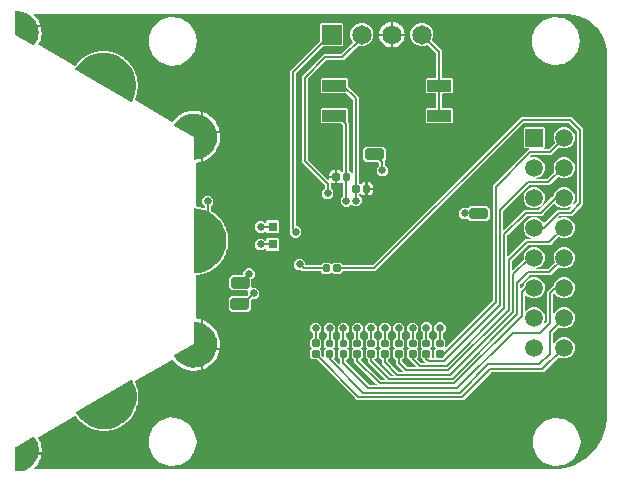
<source format=gbr>
G04 EAGLE Gerber RS-274X export*
G75*
%MOMM*%
%FSLAX34Y34*%
%LPD*%
%INTop Copper*%
%IPPOS*%
%AMOC8*
5,1,8,0,0,1.08239X$1,22.5*%
G01*
%ADD10C,0.317500*%
%ADD11R,1.651000X1.651000*%
%ADD12C,1.651000*%
%ADD13R,2.032000X1.016000*%
%ADD14R,1.508000X1.508000*%
%ADD15C,1.508000*%
%ADD16C,0.499997*%
%ADD17C,1.000000*%
%ADD18R,0.800000X0.800000*%
%ADD19C,0.203200*%
%ADD20C,0.654800*%

G36*
X-375436Y-179383D02*
X-375436Y-179383D01*
X-375433Y-179291D01*
X-375654Y-176467D01*
X-375661Y-176435D01*
X-375673Y-176344D01*
X-376351Y-173593D01*
X-376363Y-173563D01*
X-376389Y-173480D01*
X-376389Y-173479D01*
X-376389Y-173478D01*
X-376390Y-173475D01*
X-377506Y-170871D01*
X-377523Y-170844D01*
X-377564Y-170761D01*
X-379088Y-168373D01*
X-379092Y-168370D01*
X-379094Y-168365D01*
X-379174Y-168278D01*
X-379253Y-168190D01*
X-379257Y-168188D01*
X-379260Y-168184D01*
X-379363Y-168128D01*
X-379466Y-168069D01*
X-379471Y-168068D01*
X-379476Y-168066D01*
X-379591Y-168045D01*
X-379708Y-168022D01*
X-379713Y-168023D01*
X-379718Y-168022D01*
X-379834Y-168039D01*
X-379952Y-168055D01*
X-379956Y-168057D01*
X-379961Y-168058D01*
X-380114Y-168126D01*
X-395100Y-176889D01*
X-395151Y-176931D01*
X-395207Y-176964D01*
X-395245Y-177009D01*
X-395290Y-177046D01*
X-395324Y-177101D01*
X-395367Y-177151D01*
X-395389Y-177205D01*
X-395419Y-177255D01*
X-395434Y-177319D01*
X-395459Y-177379D01*
X-395468Y-177462D01*
X-395476Y-177494D01*
X-395474Y-177514D01*
X-395477Y-177546D01*
X-395477Y-196596D01*
X-395473Y-196621D01*
X-395476Y-196646D01*
X-395453Y-196742D01*
X-395438Y-196839D01*
X-395426Y-196861D01*
X-395420Y-196886D01*
X-395368Y-196970D01*
X-395322Y-197056D01*
X-395304Y-197074D01*
X-395291Y-197095D01*
X-395215Y-197158D01*
X-395144Y-197226D01*
X-395121Y-197236D01*
X-395102Y-197252D01*
X-395010Y-197288D01*
X-394921Y-197329D01*
X-394896Y-197332D01*
X-394872Y-197341D01*
X-394705Y-197357D01*
X-391872Y-197317D01*
X-391840Y-197311D01*
X-391749Y-197305D01*
X-388960Y-196805D01*
X-388929Y-196794D01*
X-388840Y-196773D01*
X-386170Y-195825D01*
X-386141Y-195809D01*
X-386057Y-195774D01*
X-383577Y-194405D01*
X-383551Y-194385D01*
X-383473Y-194336D01*
X-381249Y-192581D01*
X-381227Y-192557D01*
X-381158Y-192497D01*
X-379249Y-190403D01*
X-379231Y-190376D01*
X-379173Y-190305D01*
X-377630Y-187929D01*
X-377617Y-187899D01*
X-377571Y-187820D01*
X-376435Y-185224D01*
X-376427Y-185192D01*
X-376395Y-185107D01*
X-375915Y-183221D01*
X-373256Y-183221D01*
X-373364Y-183902D01*
X-373857Y-185538D01*
X-374167Y-186569D01*
X-374953Y-188297D01*
X-375320Y-189103D01*
X-376398Y-190817D01*
X-376802Y-191460D01*
X-378588Y-193597D01*
X-379338Y-194282D01*
X-379348Y-194295D01*
X-379360Y-194304D01*
X-379406Y-194375D01*
X-379456Y-194443D01*
X-379459Y-194458D01*
X-379468Y-194471D01*
X-379482Y-194554D01*
X-379501Y-194636D01*
X-379498Y-194652D01*
X-379501Y-194667D01*
X-379481Y-194749D01*
X-379467Y-194832D01*
X-379458Y-194845D01*
X-379455Y-194861D01*
X-379405Y-194929D01*
X-379359Y-194999D01*
X-379346Y-195008D01*
X-379337Y-195021D01*
X-379264Y-195064D01*
X-379195Y-195111D01*
X-379179Y-195114D01*
X-379166Y-195122D01*
X-379002Y-195150D01*
X58608Y-195272D01*
X58611Y-195271D01*
X58615Y-195272D01*
X58708Y-195252D01*
X58802Y-195232D01*
X58806Y-195230D01*
X58810Y-195229D01*
X60046Y-195272D01*
X60054Y-195271D01*
X60064Y-195272D01*
X60194Y-195272D01*
X60201Y-195271D01*
X60209Y-195272D01*
X65820Y-195100D01*
X65858Y-195091D01*
X65917Y-195087D01*
X76965Y-192536D01*
X77006Y-192517D01*
X77087Y-192490D01*
X87099Y-187165D01*
X87133Y-187137D01*
X87205Y-187090D01*
X95497Y-179355D01*
X95523Y-179319D01*
X95580Y-179255D01*
X101588Y-169638D01*
X101603Y-169596D01*
X101642Y-169519D01*
X104956Y-158675D01*
X104960Y-158636D01*
X104975Y-158579D01*
X105542Y-152947D01*
X105540Y-152925D01*
X105544Y-152897D01*
X105544Y159047D01*
X105538Y159079D01*
X105539Y159122D01*
X104893Y163366D01*
X104879Y163403D01*
X104869Y163461D01*
X101895Y171677D01*
X101872Y171715D01*
X101835Y171792D01*
X96836Y178958D01*
X96803Y178990D01*
X96782Y179014D01*
X96766Y179036D01*
X96761Y179039D01*
X96748Y179055D01*
X90064Y184683D01*
X90025Y184704D01*
X89954Y184753D01*
X82042Y188460D01*
X81998Y188470D01*
X81918Y188499D01*
X73315Y190031D01*
X73276Y190030D01*
X73218Y190039D01*
X70041Y189975D01*
X70034Y189974D01*
X70026Y189975D01*
X69937Y189952D01*
X69875Y189938D01*
X68699Y189938D01*
X68681Y189934D01*
X68656Y189936D01*
X67542Y189841D01*
X67498Y189865D01*
X67420Y189911D01*
X67410Y189913D01*
X67403Y189916D01*
X67364Y189920D01*
X67256Y189939D01*
X-379180Y190061D01*
X-379199Y190057D01*
X-379218Y190059D01*
X-379296Y190037D01*
X-379375Y190021D01*
X-379391Y190010D01*
X-379410Y190005D01*
X-379472Y189954D01*
X-379539Y189909D01*
X-379549Y189892D01*
X-379564Y189880D01*
X-379603Y189809D01*
X-379646Y189741D01*
X-379649Y189722D01*
X-379658Y189705D01*
X-379666Y189624D01*
X-379679Y189545D01*
X-379675Y189526D01*
X-379676Y189507D01*
X-379652Y189430D01*
X-379633Y189351D01*
X-379622Y189336D01*
X-379616Y189317D01*
X-379527Y189207D01*
X-379515Y189191D01*
X-379513Y189190D01*
X-379511Y189188D01*
X-378941Y188682D01*
X-377139Y186590D01*
X-375634Y184275D01*
X-374454Y181780D01*
X-374065Y180554D01*
X-376771Y180554D01*
X-377866Y182959D01*
X-377884Y182986D01*
X-377927Y183067D01*
X-379489Y185396D01*
X-379511Y185420D01*
X-379566Y185493D01*
X-381486Y187537D01*
X-381512Y187557D01*
X-381578Y187620D01*
X-383805Y189324D01*
X-383834Y189339D01*
X-383910Y189391D01*
X-386385Y190710D01*
X-386416Y190720D01*
X-386499Y190759D01*
X-389155Y191658D01*
X-389187Y191663D01*
X-389276Y191688D01*
X-392043Y192142D01*
X-392075Y192142D01*
X-392166Y192152D01*
X-394971Y192150D01*
X-394990Y192147D01*
X-395009Y192149D01*
X-395111Y192127D01*
X-395213Y192110D01*
X-395231Y192101D01*
X-395250Y192097D01*
X-395339Y192044D01*
X-395431Y191995D01*
X-395444Y191981D01*
X-395461Y191971D01*
X-395528Y191892D01*
X-395600Y191817D01*
X-395608Y191799D01*
X-395621Y191784D01*
X-395660Y191687D01*
X-395703Y191593D01*
X-395705Y191574D01*
X-395713Y191556D01*
X-395731Y191389D01*
X-395731Y173101D01*
X-395721Y173038D01*
X-395721Y172975D01*
X-395701Y172918D01*
X-395692Y172858D01*
X-395662Y172802D01*
X-395641Y172742D01*
X-395605Y172694D01*
X-395576Y172641D01*
X-395530Y172597D01*
X-395492Y172547D01*
X-395422Y172494D01*
X-395398Y172472D01*
X-395382Y172464D01*
X-395358Y172446D01*
X-380118Y163429D01*
X-380106Y163424D01*
X-380096Y163417D01*
X-379991Y163380D01*
X-379889Y163339D01*
X-379876Y163339D01*
X-379864Y163335D01*
X-379753Y163333D01*
X-379643Y163328D01*
X-379631Y163331D01*
X-379618Y163331D01*
X-379513Y163365D01*
X-379406Y163395D01*
X-379396Y163402D01*
X-379384Y163406D01*
X-379294Y163472D01*
X-379203Y163534D01*
X-379196Y163544D01*
X-379186Y163552D01*
X-379082Y163684D01*
X-377609Y166070D01*
X-377596Y166100D01*
X-377552Y166180D01*
X-376486Y168774D01*
X-376479Y168806D01*
X-376449Y168892D01*
X-375819Y171625D01*
X-375817Y171657D01*
X-375801Y171748D01*
X-375624Y174546D01*
X-375628Y174579D01*
X-375627Y174671D01*
X-375908Y177461D01*
X-375916Y177492D01*
X-375930Y177583D01*
X-376193Y178556D01*
X-373516Y178556D01*
X-373146Y176429D01*
X-373041Y173670D01*
X-373307Y170923D01*
X-373940Y168236D01*
X-374928Y165658D01*
X-375266Y165039D01*
X-375748Y164158D01*
X-375749Y164154D01*
X-375752Y164151D01*
X-375779Y164058D01*
X-375807Y163968D01*
X-375807Y163964D01*
X-375808Y163961D01*
X-375797Y163866D01*
X-375787Y163770D01*
X-375785Y163767D01*
X-375785Y163763D01*
X-375737Y163679D01*
X-375691Y163596D01*
X-375688Y163593D01*
X-375687Y163590D01*
X-375558Y163485D01*
X-344991Y146013D01*
X-344907Y145985D01*
X-344825Y145954D01*
X-344813Y145954D01*
X-344802Y145951D01*
X-344715Y145958D01*
X-344626Y145961D01*
X-344616Y145966D01*
X-344604Y145967D01*
X-344526Y146008D01*
X-344446Y146045D01*
X-344437Y146054D01*
X-344428Y146059D01*
X-344401Y146092D01*
X-344331Y146165D01*
X-343848Y146872D01*
X-343819Y146941D01*
X-343783Y147007D01*
X-343779Y147035D01*
X-343771Y147055D01*
X-343771Y147099D01*
X-343762Y147172D01*
X-343762Y147180D01*
X-343320Y147656D01*
X-343303Y147683D01*
X-343273Y147714D01*
X-342907Y148251D01*
X-342899Y148252D01*
X-342830Y148280D01*
X-342758Y148302D01*
X-342735Y148319D01*
X-342715Y148327D01*
X-342684Y148358D01*
X-342626Y148403D01*
X-341013Y150139D01*
X-340974Y150203D01*
X-340928Y150263D01*
X-340920Y150290D01*
X-340909Y150309D01*
X-340903Y150352D01*
X-340882Y150423D01*
X-340881Y150431D01*
X-340373Y150836D01*
X-340358Y150854D01*
X-340349Y150860D01*
X-340346Y150865D01*
X-340319Y150886D01*
X-339877Y151362D01*
X-339868Y151363D01*
X-339795Y151380D01*
X-339721Y151390D01*
X-339697Y151404D01*
X-339675Y151409D01*
X-339640Y151436D01*
X-339576Y151471D01*
X-337722Y152948D01*
X-337674Y153005D01*
X-337620Y153057D01*
X-337608Y153083D01*
X-337594Y153100D01*
X-337581Y153142D01*
X-337551Y153209D01*
X-337549Y153216D01*
X-336986Y153541D01*
X-336962Y153562D01*
X-336924Y153583D01*
X-336416Y153988D01*
X-336408Y153987D01*
X-336333Y153993D01*
X-336258Y153992D01*
X-336232Y154002D01*
X-336210Y154004D01*
X-336171Y154025D01*
X-336102Y154050D01*
X-334049Y155234D01*
X-333993Y155284D01*
X-333932Y155327D01*
X-333917Y155351D01*
X-333900Y155366D01*
X-333881Y155405D01*
X-333841Y155467D01*
X-333838Y155474D01*
X-333233Y155711D01*
X-333206Y155728D01*
X-333166Y155743D01*
X-332603Y156068D01*
X-332595Y156066D01*
X-332520Y156061D01*
X-332446Y156049D01*
X-332419Y156055D01*
X-332397Y156053D01*
X-332355Y156068D01*
X-332284Y156083D01*
X-330077Y156947D01*
X-330014Y156988D01*
X-329947Y157022D01*
X-329928Y157043D01*
X-329910Y157055D01*
X-329885Y157092D01*
X-329836Y157146D01*
X-329832Y157153D01*
X-329199Y157297D01*
X-329170Y157311D01*
X-329127Y157319D01*
X-328523Y157556D01*
X-328515Y157553D01*
X-328442Y157537D01*
X-328371Y157514D01*
X-328342Y157516D01*
X-328321Y157511D01*
X-328278Y157520D01*
X-328204Y157524D01*
X-325893Y158050D01*
X-325825Y158081D01*
X-325754Y158105D01*
X-325732Y158123D01*
X-325712Y158132D01*
X-325682Y158164D01*
X-325626Y158211D01*
X-325621Y158217D01*
X-324973Y158265D01*
X-324942Y158274D01*
X-324899Y158276D01*
X-324266Y158420D01*
X-324259Y158416D01*
X-324189Y158389D01*
X-324122Y158356D01*
X-324094Y158353D01*
X-324073Y158346D01*
X-324029Y158347D01*
X-323956Y158341D01*
X-321592Y158516D01*
X-321520Y158537D01*
X-321446Y158550D01*
X-321422Y158564D01*
X-321401Y158570D01*
X-321367Y158598D01*
X-321304Y158636D01*
X-321298Y158641D01*
X-320650Y158592D01*
X-320619Y158596D01*
X-320576Y158592D01*
X-319928Y158640D01*
X-319922Y158635D01*
X-319856Y158598D01*
X-319795Y158555D01*
X-319768Y158548D01*
X-319748Y158538D01*
X-319705Y158533D01*
X-319633Y158515D01*
X-317270Y158337D01*
X-317196Y158346D01*
X-317121Y158348D01*
X-317095Y158359D01*
X-317073Y158361D01*
X-317035Y158383D01*
X-316967Y158411D01*
X-316960Y158416D01*
X-316327Y158271D01*
X-316295Y158270D01*
X-316253Y158260D01*
X-315606Y158211D01*
X-315600Y158205D01*
X-315541Y158159D01*
X-315487Y158107D01*
X-315461Y158096D01*
X-315443Y158083D01*
X-315401Y158071D01*
X-315333Y158043D01*
X-313023Y157515D01*
X-312948Y157513D01*
X-312873Y157503D01*
X-312846Y157510D01*
X-312824Y157510D01*
X-312783Y157526D01*
X-312712Y157544D01*
X-312705Y157547D01*
X-312100Y157309D01*
X-312069Y157304D01*
X-312029Y157287D01*
X-311396Y157142D01*
X-311391Y157135D01*
X-311340Y157081D01*
X-311294Y157022D01*
X-311269Y157007D01*
X-311254Y156991D01*
X-311214Y156974D01*
X-311151Y156936D01*
X-308945Y156069D01*
X-308872Y156056D01*
X-308799Y156036D01*
X-308771Y156038D01*
X-308749Y156034D01*
X-308707Y156044D01*
X-308634Y156051D01*
X-308626Y156053D01*
X-308063Y155728D01*
X-308033Y155718D01*
X-307996Y155696D01*
X-307392Y155458D01*
X-307389Y155451D01*
X-307346Y155389D01*
X-307309Y155324D01*
X-307287Y155306D01*
X-307274Y155288D01*
X-307237Y155264D01*
X-307181Y155218D01*
X-305129Y154031D01*
X-305058Y154008D01*
X-304989Y153977D01*
X-304961Y153975D01*
X-304940Y153968D01*
X-304896Y153972D01*
X-304823Y153967D01*
X-304815Y153968D01*
X-304308Y153563D01*
X-304280Y153549D01*
X-304246Y153521D01*
X-303684Y153196D01*
X-303682Y153188D01*
X-303648Y153121D01*
X-303622Y153051D01*
X-303603Y153030D01*
X-303593Y153010D01*
X-303560Y152981D01*
X-303511Y152927D01*
X-301659Y151448D01*
X-301592Y151414D01*
X-301529Y151373D01*
X-301501Y151367D01*
X-301482Y151357D01*
X-301438Y151354D01*
X-301366Y151339D01*
X-301358Y151339D01*
X-300917Y150863D01*
X-300901Y150851D01*
X-300890Y150837D01*
X-300878Y150830D01*
X-300862Y150812D01*
X-300354Y150406D01*
X-300353Y150398D01*
X-300330Y150327D01*
X-300315Y150254D01*
X-300299Y150230D01*
X-300292Y150209D01*
X-300264Y150176D01*
X-300224Y150115D01*
X-298612Y148376D01*
X-298552Y148332D01*
X-298495Y148283D01*
X-298469Y148273D01*
X-298451Y148260D01*
X-298408Y148250D01*
X-298399Y148247D01*
X-298386Y148239D01*
X-298371Y148237D01*
X-298339Y148225D01*
X-298331Y148224D01*
X-297966Y147687D01*
X-297943Y147665D01*
X-297919Y147628D01*
X-297478Y147152D01*
X-297478Y147144D01*
X-297466Y147070D01*
X-297461Y146995D01*
X-297450Y146969D01*
X-297446Y146948D01*
X-297422Y146910D01*
X-297392Y146844D01*
X-296058Y144885D01*
X-296004Y144832D01*
X-295956Y144775D01*
X-295931Y144761D01*
X-295916Y144746D01*
X-295874Y144730D01*
X-295810Y144695D01*
X-295803Y144692D01*
X-295521Y144107D01*
X-295502Y144081D01*
X-295484Y144042D01*
X-295119Y143505D01*
X-295120Y143497D01*
X-295119Y143422D01*
X-295126Y143347D01*
X-295118Y143320D01*
X-295118Y143298D01*
X-295100Y143258D01*
X-295080Y143188D01*
X-294052Y141052D01*
X-294007Y140992D01*
X-293968Y140928D01*
X-293946Y140911D01*
X-293932Y140893D01*
X-293894Y140871D01*
X-293836Y140827D01*
X-293829Y140823D01*
X-293638Y140202D01*
X-293623Y140174D01*
X-293611Y140133D01*
X-293329Y139547D01*
X-293332Y139540D01*
X-293342Y139465D01*
X-293360Y139392D01*
X-293356Y139364D01*
X-293359Y139343D01*
X-293347Y139300D01*
X-293338Y139228D01*
X-292641Y136962D01*
X-292605Y136896D01*
X-292576Y136827D01*
X-292556Y136807D01*
X-292545Y136788D01*
X-292511Y136760D01*
X-292460Y136708D01*
X-292454Y136703D01*
X-292357Y136061D01*
X-292346Y136031D01*
X-292341Y135988D01*
X-292150Y135367D01*
X-292153Y135360D01*
X-292175Y135288D01*
X-292203Y135218D01*
X-292203Y135190D01*
X-292210Y135169D01*
X-292204Y135125D01*
X-292206Y135052D01*
X-291854Y132708D01*
X-291828Y132638D01*
X-291810Y132565D01*
X-291793Y132542D01*
X-291786Y132521D01*
X-291756Y132489D01*
X-291714Y132429D01*
X-291708Y132424D01*
X-291708Y131774D01*
X-291702Y131743D01*
X-291703Y131700D01*
X-291606Y131057D01*
X-291611Y131051D01*
X-291643Y130983D01*
X-291681Y130919D01*
X-291686Y130891D01*
X-291695Y130871D01*
X-291697Y130827D01*
X-291709Y130755D01*
X-291710Y128384D01*
X-291695Y128311D01*
X-291688Y128236D01*
X-291675Y128211D01*
X-291671Y128190D01*
X-291646Y128153D01*
X-291613Y128088D01*
X-291608Y128081D01*
X-291705Y127439D01*
X-291704Y127407D01*
X-291711Y127365D01*
X-291711Y126715D01*
X-291717Y126709D01*
X-291758Y126647D01*
X-291806Y126589D01*
X-291815Y126562D01*
X-291827Y126544D01*
X-291835Y126500D01*
X-291858Y126431D01*
X-292212Y124088D01*
X-292209Y124013D01*
X-292212Y123938D01*
X-292204Y123911D01*
X-292202Y123889D01*
X-292183Y123849D01*
X-292160Y123780D01*
X-292157Y123773D01*
X-292348Y123152D01*
X-292352Y123120D01*
X-292365Y123079D01*
X-292462Y122437D01*
X-292469Y122432D01*
X-292519Y122377D01*
X-292575Y122326D01*
X-292587Y122301D01*
X-292602Y122285D01*
X-292617Y122243D01*
X-292650Y122178D01*
X-293350Y119913D01*
X-293357Y119839D01*
X-293372Y119765D01*
X-293367Y119739D01*
X-293367Y119738D01*
X-293367Y119737D01*
X-293369Y119716D01*
X-293356Y119674D01*
X-293344Y119601D01*
X-293341Y119594D01*
X-293623Y119009D01*
X-293631Y118978D01*
X-293651Y118939D01*
X-293842Y118319D01*
X-293850Y118315D01*
X-293908Y118267D01*
X-293970Y118226D01*
X-293986Y118203D01*
X-294004Y118189D01*
X-294024Y118150D01*
X-294066Y118090D01*
X-294312Y117580D01*
X-294335Y117492D01*
X-294360Y117406D01*
X-294359Y117396D01*
X-294361Y117387D01*
X-294348Y117298D01*
X-294337Y117208D01*
X-294333Y117200D01*
X-294331Y117191D01*
X-294284Y117114D01*
X-294239Y117035D01*
X-294231Y117029D01*
X-294227Y117022D01*
X-294195Y116999D01*
X-294110Y116930D01*
X-262507Y98866D01*
X-262437Y98842D01*
X-262368Y98812D01*
X-262343Y98811D01*
X-262319Y98803D01*
X-262244Y98809D01*
X-262169Y98808D01*
X-262146Y98817D01*
X-262120Y98820D01*
X-262054Y98854D01*
X-261985Y98882D01*
X-261964Y98902D01*
X-261944Y98912D01*
X-261916Y98946D01*
X-261863Y98996D01*
X-260968Y100165D01*
X-260589Y100661D01*
X-258547Y102707D01*
X-256256Y104470D01*
X-253754Y105918D01*
X-251084Y107028D01*
X-248292Y107779D01*
X-245427Y108160D01*
X-242536Y108164D01*
X-239669Y107790D01*
X-238031Y107353D01*
X-238031Y104676D01*
X-238298Y104781D01*
X-238332Y104787D01*
X-238378Y104805D01*
X-241491Y105463D01*
X-241526Y105463D01*
X-241574Y105473D01*
X-244753Y105603D01*
X-244788Y105597D01*
X-244837Y105599D01*
X-247993Y105196D01*
X-248026Y105185D01*
X-248075Y105179D01*
X-251120Y104256D01*
X-251151Y104239D01*
X-251198Y104225D01*
X-254046Y102806D01*
X-254074Y102785D01*
X-254117Y102763D01*
X-256690Y100890D01*
X-256713Y100864D01*
X-256753Y100835D01*
X-258976Y98559D01*
X-258995Y98529D01*
X-259029Y98494D01*
X-260842Y95879D01*
X-260854Y95852D01*
X-260873Y95830D01*
X-260893Y95762D01*
X-260921Y95697D01*
X-260921Y95667D01*
X-260929Y95639D01*
X-260921Y95569D01*
X-260922Y95498D01*
X-260910Y95471D01*
X-260907Y95441D01*
X-260872Y95380D01*
X-260845Y95314D01*
X-260824Y95294D01*
X-260809Y95268D01*
X-260734Y95206D01*
X-260703Y95176D01*
X-260692Y95171D01*
X-260681Y95162D01*
X-244431Y85806D01*
X-244431Y67095D01*
X-244425Y67066D01*
X-244428Y67036D01*
X-244406Y66969D01*
X-244392Y66900D01*
X-244375Y66876D01*
X-244366Y66847D01*
X-244319Y66794D01*
X-244279Y66736D01*
X-244254Y66720D01*
X-244234Y66698D01*
X-244171Y66667D01*
X-244112Y66629D01*
X-244082Y66624D01*
X-244055Y66611D01*
X-243958Y66603D01*
X-243915Y66596D01*
X-243904Y66599D01*
X-243890Y66598D01*
X-240719Y66868D01*
X-240686Y66878D01*
X-240637Y66882D01*
X-238031Y67554D01*
X-238031Y64864D01*
X-239617Y64437D01*
X-241565Y64178D01*
X-241636Y64153D01*
X-241709Y64136D01*
X-241729Y64121D01*
X-241753Y64113D01*
X-241809Y64063D01*
X-241869Y64018D01*
X-241882Y63997D01*
X-241900Y63980D01*
X-241932Y63912D01*
X-241971Y63847D01*
X-241975Y63820D01*
X-241984Y63800D01*
X-241986Y63756D01*
X-241998Y63683D01*
X-241998Y27444D01*
X-241980Y27356D01*
X-241966Y27268D01*
X-241961Y27259D01*
X-241959Y27249D01*
X-241908Y27175D01*
X-241861Y27100D01*
X-241852Y27094D01*
X-241846Y27085D01*
X-241771Y27037D01*
X-241698Y26986D01*
X-241687Y26983D01*
X-241679Y26978D01*
X-241639Y26971D01*
X-241536Y26946D01*
X-240585Y26875D01*
X-240510Y26884D01*
X-240435Y26886D01*
X-240409Y26897D01*
X-240387Y26899D01*
X-240349Y26922D01*
X-240322Y26933D01*
X-240319Y26934D01*
X-240318Y26935D01*
X-240282Y26950D01*
X-240275Y26954D01*
X-239642Y26809D01*
X-239610Y26809D01*
X-239568Y26798D01*
X-238920Y26750D01*
X-238915Y26744D01*
X-238856Y26698D01*
X-238801Y26646D01*
X-238775Y26635D01*
X-238758Y26622D01*
X-238715Y26611D01*
X-238648Y26583D01*
X-236333Y26054D01*
X-236258Y26052D01*
X-236183Y26043D01*
X-236156Y26050D01*
X-236134Y26049D01*
X-236093Y26066D01*
X-236022Y26083D01*
X-236015Y26087D01*
X-235632Y25937D01*
X-235631Y25936D01*
X-235630Y25936D01*
X-235534Y25919D01*
X-235437Y25902D01*
X-235435Y25903D01*
X-235433Y25902D01*
X-235338Y25925D01*
X-235243Y25947D01*
X-235242Y25948D01*
X-235240Y25948D01*
X-235162Y26006D01*
X-235082Y26064D01*
X-235081Y26065D01*
X-235080Y26066D01*
X-235031Y26149D01*
X-234979Y26234D01*
X-234979Y26236D01*
X-234978Y26237D01*
X-234951Y26401D01*
X-234951Y27043D01*
X-234953Y27056D01*
X-234951Y27068D01*
X-234973Y27153D01*
X-234990Y27238D01*
X-234997Y27249D01*
X-235001Y27261D01*
X-235097Y27397D01*
X-237209Y29508D01*
X-237209Y33484D01*
X-234398Y36295D01*
X-230422Y36295D01*
X-227611Y33484D01*
X-227611Y29508D01*
X-229723Y27397D01*
X-229730Y27386D01*
X-229740Y27379D01*
X-229785Y27304D01*
X-229833Y27231D01*
X-229835Y27218D01*
X-229842Y27208D01*
X-229869Y27043D01*
X-229869Y23692D01*
X-229854Y23616D01*
X-229845Y23539D01*
X-229834Y23519D01*
X-229830Y23497D01*
X-229786Y23433D01*
X-229748Y23365D01*
X-229728Y23349D01*
X-229717Y23333D01*
X-229680Y23309D01*
X-229620Y23259D01*
X-228429Y22572D01*
X-228358Y22548D01*
X-228290Y22518D01*
X-228262Y22516D01*
X-228241Y22509D01*
X-228197Y22512D01*
X-228124Y22508D01*
X-228116Y22509D01*
X-227608Y22104D01*
X-227580Y22090D01*
X-227546Y22062D01*
X-226984Y21738D01*
X-226982Y21730D01*
X-226965Y21696D01*
X-226964Y21691D01*
X-226960Y21687D01*
X-226948Y21663D01*
X-226922Y21593D01*
X-226903Y21572D01*
X-226893Y21552D01*
X-226859Y21523D01*
X-226811Y21469D01*
X-224954Y19988D01*
X-224887Y19954D01*
X-224825Y19914D01*
X-224797Y19908D01*
X-224777Y19898D01*
X-224733Y19895D01*
X-224662Y19880D01*
X-224653Y19879D01*
X-224212Y19403D01*
X-224186Y19385D01*
X-224157Y19352D01*
X-223649Y18947D01*
X-223648Y18939D01*
X-223625Y18868D01*
X-223609Y18795D01*
X-223594Y18771D01*
X-223587Y18750D01*
X-223558Y18717D01*
X-223518Y18656D01*
X-221903Y16915D01*
X-221842Y16872D01*
X-221786Y16822D01*
X-221760Y16812D01*
X-221742Y16799D01*
X-221699Y16790D01*
X-221630Y16764D01*
X-221622Y16763D01*
X-221256Y16226D01*
X-221233Y16204D01*
X-221210Y16168D01*
X-220768Y15692D01*
X-220768Y15683D01*
X-220756Y15609D01*
X-220751Y15535D01*
X-220739Y15509D01*
X-220736Y15487D01*
X-220712Y15450D01*
X-220682Y15384D01*
X-219344Y13422D01*
X-219291Y13369D01*
X-219242Y13312D01*
X-219218Y13298D01*
X-219202Y13283D01*
X-219161Y13267D01*
X-219097Y13232D01*
X-219089Y13229D01*
X-218807Y12644D01*
X-218788Y12619D01*
X-218770Y12579D01*
X-218404Y12043D01*
X-218405Y12035D01*
X-218404Y11960D01*
X-218411Y11885D01*
X-218403Y11858D01*
X-218403Y11836D01*
X-218385Y11795D01*
X-218365Y11725D01*
X-217335Y9586D01*
X-217289Y9526D01*
X-217250Y9462D01*
X-217228Y9445D01*
X-217214Y9428D01*
X-217176Y9406D01*
X-217118Y9361D01*
X-217111Y9357D01*
X-216919Y8737D01*
X-216908Y8715D01*
X-216907Y8711D01*
X-216904Y8707D01*
X-216892Y8667D01*
X-216610Y8082D01*
X-216613Y8074D01*
X-216623Y8000D01*
X-216641Y7927D01*
X-216637Y7899D01*
X-216640Y7877D01*
X-216628Y7835D01*
X-216619Y7762D01*
X-215919Y5494D01*
X-215883Y5428D01*
X-215854Y5359D01*
X-215834Y5338D01*
X-215824Y5319D01*
X-215789Y5292D01*
X-215738Y5239D01*
X-215732Y5234D01*
X-215635Y4592D01*
X-215624Y4562D01*
X-215618Y4519D01*
X-215427Y3898D01*
X-215431Y3891D01*
X-215452Y3819D01*
X-215480Y3750D01*
X-215481Y3722D01*
X-215487Y3701D01*
X-215482Y3657D01*
X-215483Y3584D01*
X-215129Y1236D01*
X-215103Y1165D01*
X-215085Y1093D01*
X-215069Y1070D01*
X-215061Y1049D01*
X-215031Y1017D01*
X-214989Y957D01*
X-214983Y951D01*
X-214983Y302D01*
X-214976Y271D01*
X-214977Y227D01*
X-214880Y-415D01*
X-214885Y-421D01*
X-214917Y-489D01*
X-214955Y-554D01*
X-214960Y-582D01*
X-214969Y-602D01*
X-214971Y-646D01*
X-214983Y-718D01*
X-214983Y-3092D01*
X-214968Y-3166D01*
X-214960Y-3240D01*
X-214948Y-3265D01*
X-214943Y-3287D01*
X-214918Y-3323D01*
X-214885Y-3389D01*
X-214880Y-3395D01*
X-214977Y-4037D01*
X-214976Y-4069D01*
X-214983Y-4112D01*
X-214983Y-4761D01*
X-214989Y-4767D01*
X-215030Y-4830D01*
X-215077Y-4888D01*
X-215086Y-4915D01*
X-215098Y-4933D01*
X-215106Y-4976D01*
X-215129Y-5046D01*
X-215483Y-7394D01*
X-215479Y-7469D01*
X-215483Y-7543D01*
X-215474Y-7570D01*
X-215473Y-7592D01*
X-215454Y-7632D01*
X-215431Y-7701D01*
X-215427Y-7708D01*
X-215618Y-8329D01*
X-215622Y-8361D01*
X-215635Y-8402D01*
X-215732Y-9044D01*
X-215738Y-9049D01*
X-215789Y-9105D01*
X-215844Y-9155D01*
X-215857Y-9180D01*
X-215872Y-9197D01*
X-215886Y-9238D01*
X-215919Y-9304D01*
X-216619Y-11572D01*
X-216626Y-11647D01*
X-216641Y-11720D01*
X-216636Y-11748D01*
X-216638Y-11770D01*
X-216625Y-11812D01*
X-216613Y-11884D01*
X-216610Y-11892D01*
X-216892Y-12477D01*
X-216900Y-12508D01*
X-216919Y-12547D01*
X-217111Y-13167D01*
X-217118Y-13171D01*
X-217176Y-13219D01*
X-217238Y-13260D01*
X-217255Y-13283D01*
X-217272Y-13297D01*
X-217292Y-13336D01*
X-217335Y-13396D01*
X-218365Y-15535D01*
X-218383Y-15608D01*
X-218409Y-15678D01*
X-218408Y-15707D01*
X-218414Y-15728D01*
X-218407Y-15772D01*
X-218405Y-15845D01*
X-218404Y-15853D01*
X-218770Y-16389D01*
X-218782Y-16419D01*
X-218807Y-16454D01*
X-219089Y-17039D01*
X-219097Y-17042D01*
X-219161Y-17080D01*
X-219229Y-17112D01*
X-219248Y-17132D01*
X-219267Y-17143D01*
X-219294Y-17179D01*
X-219302Y-17188D01*
X-219309Y-17192D01*
X-219313Y-17199D01*
X-219344Y-17232D01*
X-220682Y-19194D01*
X-220711Y-19263D01*
X-220747Y-19329D01*
X-220750Y-19356D01*
X-220759Y-19377D01*
X-220759Y-19421D01*
X-220768Y-19493D01*
X-220768Y-19502D01*
X-221210Y-19978D01*
X-221226Y-20005D01*
X-221256Y-20036D01*
X-221622Y-20573D01*
X-221630Y-20574D01*
X-221699Y-20603D01*
X-221771Y-20624D01*
X-221794Y-20641D01*
X-221814Y-20649D01*
X-221845Y-20681D01*
X-221903Y-20725D01*
X-223518Y-22466D01*
X-223557Y-22530D01*
X-223602Y-22590D01*
X-223610Y-22617D01*
X-223622Y-22636D01*
X-223628Y-22679D01*
X-223648Y-22749D01*
X-223649Y-22757D01*
X-224157Y-23162D01*
X-224172Y-23180D01*
X-224176Y-23183D01*
X-224180Y-23189D01*
X-224212Y-23213D01*
X-224653Y-23689D01*
X-224662Y-23690D01*
X-224735Y-23707D01*
X-224809Y-23718D01*
X-224833Y-23731D01*
X-224855Y-23737D01*
X-224890Y-23763D01*
X-224954Y-23798D01*
X-226811Y-25279D01*
X-226859Y-25336D01*
X-226912Y-25388D01*
X-226924Y-25414D01*
X-226938Y-25431D01*
X-226951Y-25473D01*
X-226982Y-25540D01*
X-226984Y-25548D01*
X-227546Y-25872D01*
X-227570Y-25894D01*
X-227608Y-25914D01*
X-228116Y-26319D01*
X-228124Y-26318D01*
X-228198Y-26325D01*
X-228273Y-26324D01*
X-228300Y-26334D01*
X-228322Y-26336D01*
X-228361Y-26357D01*
X-228429Y-26382D01*
X-230485Y-27569D01*
X-230542Y-27619D01*
X-230602Y-27663D01*
X-230618Y-27686D01*
X-230634Y-27701D01*
X-230653Y-27741D01*
X-230693Y-27802D01*
X-230697Y-27810D01*
X-231301Y-28047D01*
X-231323Y-28061D01*
X-231333Y-28063D01*
X-231343Y-28070D01*
X-231369Y-28079D01*
X-231931Y-28404D01*
X-231939Y-28402D01*
X-232014Y-28397D01*
X-232088Y-28385D01*
X-232115Y-28391D01*
X-232137Y-28390D01*
X-232179Y-28404D01*
X-232251Y-28419D01*
X-234461Y-29287D01*
X-234524Y-29328D01*
X-234590Y-29362D01*
X-234609Y-29383D01*
X-234628Y-29395D01*
X-234652Y-29431D01*
X-234701Y-29486D01*
X-234705Y-29493D01*
X-235339Y-29637D01*
X-235368Y-29651D01*
X-235410Y-29659D01*
X-236015Y-29897D01*
X-236022Y-29893D01*
X-236095Y-29878D01*
X-236167Y-29855D01*
X-236195Y-29856D01*
X-236216Y-29852D01*
X-236260Y-29860D01*
X-236333Y-29864D01*
X-238648Y-30393D01*
X-238716Y-30423D01*
X-238787Y-30447D01*
X-238809Y-30465D01*
X-238829Y-30475D01*
X-238859Y-30507D01*
X-238915Y-30554D01*
X-238920Y-30560D01*
X-239568Y-30608D01*
X-239599Y-30617D01*
X-239642Y-30619D01*
X-240275Y-30764D01*
X-240282Y-30760D01*
X-240352Y-30733D01*
X-240419Y-30700D01*
X-240447Y-30697D01*
X-240468Y-30690D01*
X-240512Y-30691D01*
X-240585Y-30685D01*
X-241536Y-30756D01*
X-241622Y-30780D01*
X-241709Y-30801D01*
X-241717Y-30807D01*
X-241728Y-30810D01*
X-241797Y-30866D01*
X-241869Y-30919D01*
X-241874Y-30928D01*
X-241883Y-30934D01*
X-241925Y-31013D01*
X-241971Y-31090D01*
X-241972Y-31101D01*
X-241977Y-31109D01*
X-241981Y-31150D01*
X-241998Y-31254D01*
X-241998Y-67495D01*
X-241983Y-67570D01*
X-241975Y-67645D01*
X-241963Y-67666D01*
X-241959Y-67690D01*
X-241916Y-67753D01*
X-241879Y-67819D01*
X-241860Y-67834D01*
X-241846Y-67854D01*
X-241782Y-67895D01*
X-241722Y-67942D01*
X-241696Y-67949D01*
X-241679Y-67961D01*
X-241635Y-67968D01*
X-241563Y-67990D01*
X-240827Y-68085D01*
X-239747Y-68224D01*
X-238031Y-68671D01*
X-238031Y-71364D01*
X-240637Y-70692D01*
X-240672Y-70690D01*
X-240719Y-70678D01*
X-243890Y-70408D01*
X-243919Y-70411D01*
X-243949Y-70406D01*
X-244017Y-70422D01*
X-244087Y-70430D01*
X-244113Y-70445D01*
X-244142Y-70452D01*
X-244199Y-70494D01*
X-244260Y-70529D01*
X-244278Y-70552D01*
X-244302Y-70570D01*
X-244338Y-70630D01*
X-244381Y-70687D01*
X-244388Y-70715D01*
X-244404Y-70741D01*
X-244420Y-70837D01*
X-244431Y-70879D01*
X-244429Y-70891D01*
X-244431Y-70905D01*
X-244431Y-89616D01*
X-260681Y-98972D01*
X-260703Y-98992D01*
X-260730Y-99004D01*
X-260777Y-99057D01*
X-260830Y-99104D01*
X-260843Y-99130D01*
X-260863Y-99152D01*
X-260886Y-99219D01*
X-260916Y-99283D01*
X-260918Y-99313D01*
X-260927Y-99340D01*
X-260922Y-99411D01*
X-260925Y-99482D01*
X-260915Y-99510D01*
X-260913Y-99539D01*
X-260872Y-99627D01*
X-260869Y-99638D01*
X-260866Y-99642D01*
X-260856Y-99668D01*
X-260848Y-99677D01*
X-260842Y-99689D01*
X-259029Y-102304D01*
X-259004Y-102329D01*
X-258976Y-102369D01*
X-256753Y-104645D01*
X-256724Y-104665D01*
X-256690Y-104700D01*
X-254117Y-106573D01*
X-254086Y-106588D01*
X-254046Y-106616D01*
X-251198Y-108035D01*
X-251164Y-108044D01*
X-251120Y-108066D01*
X-248075Y-108989D01*
X-248040Y-108992D01*
X-247993Y-109006D01*
X-244837Y-109409D01*
X-244802Y-109406D01*
X-244753Y-109413D01*
X-241574Y-109283D01*
X-241540Y-109275D01*
X-241491Y-109273D01*
X-238378Y-108615D01*
X-238346Y-108601D01*
X-238298Y-108591D01*
X-238031Y-108486D01*
X-238031Y-111191D01*
X-240489Y-111743D01*
X-243280Y-112006D01*
X-246082Y-111914D01*
X-248849Y-111468D01*
X-251538Y-110675D01*
X-254104Y-109548D01*
X-256508Y-108105D01*
X-258709Y-106370D01*
X-260673Y-104370D01*
X-261847Y-102823D01*
X-261905Y-102772D01*
X-261957Y-102717D01*
X-261979Y-102707D01*
X-261996Y-102692D01*
X-262069Y-102668D01*
X-262140Y-102637D01*
X-262163Y-102637D01*
X-262185Y-102629D01*
X-262262Y-102636D01*
X-262339Y-102635D01*
X-262363Y-102644D01*
X-262383Y-102646D01*
X-262422Y-102666D01*
X-262494Y-102693D01*
X-293758Y-120781D01*
X-293824Y-120840D01*
X-293893Y-120896D01*
X-293898Y-120906D01*
X-293906Y-120913D01*
X-293945Y-120993D01*
X-293986Y-121072D01*
X-293987Y-121083D01*
X-293992Y-121092D01*
X-293996Y-121181D01*
X-294004Y-121270D01*
X-294000Y-121281D01*
X-294001Y-121291D01*
X-293986Y-121329D01*
X-293957Y-121430D01*
X-293485Y-122408D01*
X-293440Y-122468D01*
X-293401Y-122532D01*
X-293378Y-122549D01*
X-293365Y-122567D01*
X-293327Y-122588D01*
X-293269Y-122633D01*
X-293261Y-122637D01*
X-293070Y-123257D01*
X-293054Y-123285D01*
X-293042Y-123327D01*
X-292760Y-123912D01*
X-292763Y-123919D01*
X-292773Y-123994D01*
X-292790Y-124067D01*
X-292787Y-124095D01*
X-292790Y-124116D01*
X-292778Y-124159D01*
X-292769Y-124231D01*
X-292069Y-126496D01*
X-292033Y-126561D01*
X-292003Y-126631D01*
X-291984Y-126651D01*
X-291973Y-126670D01*
X-291939Y-126698D01*
X-291888Y-126750D01*
X-291881Y-126755D01*
X-291784Y-127397D01*
X-291773Y-127427D01*
X-291767Y-127470D01*
X-291576Y-128091D01*
X-291579Y-128098D01*
X-291600Y-128170D01*
X-291629Y-128239D01*
X-291629Y-128267D01*
X-291635Y-128289D01*
X-291630Y-128332D01*
X-291631Y-128406D01*
X-291277Y-130749D01*
X-291251Y-130819D01*
X-291232Y-130892D01*
X-291216Y-130915D01*
X-291208Y-130936D01*
X-291178Y-130968D01*
X-291136Y-131027D01*
X-291130Y-131033D01*
X-291130Y-131683D01*
X-291123Y-131714D01*
X-291124Y-131757D01*
X-291027Y-132399D01*
X-291032Y-132406D01*
X-291063Y-132474D01*
X-291102Y-132538D01*
X-291106Y-132566D01*
X-291116Y-132586D01*
X-291117Y-132630D01*
X-291129Y-132702D01*
X-291128Y-135073D01*
X-291113Y-135146D01*
X-291105Y-135221D01*
X-291092Y-135246D01*
X-291088Y-135267D01*
X-291063Y-135304D01*
X-291030Y-135369D01*
X-291025Y-135376D01*
X-291122Y-136018D01*
X-291120Y-136050D01*
X-291127Y-136092D01*
X-291127Y-136742D01*
X-291133Y-136747D01*
X-291174Y-136810D01*
X-291221Y-136868D01*
X-291230Y-136895D01*
X-291242Y-136913D01*
X-291250Y-136957D01*
X-291273Y-137026D01*
X-291625Y-139370D01*
X-291621Y-139445D01*
X-291625Y-139520D01*
X-291616Y-139547D01*
X-291615Y-139569D01*
X-291595Y-139608D01*
X-291572Y-139678D01*
X-291569Y-139685D01*
X-291760Y-140306D01*
X-291763Y-140337D01*
X-291776Y-140379D01*
X-291873Y-141021D01*
X-291879Y-141026D01*
X-291929Y-141081D01*
X-291985Y-141132D01*
X-291998Y-141157D01*
X-292012Y-141173D01*
X-292027Y-141215D01*
X-292060Y-141280D01*
X-292757Y-143546D01*
X-292764Y-143620D01*
X-292779Y-143694D01*
X-292774Y-143722D01*
X-292776Y-143743D01*
X-292763Y-143785D01*
X-292751Y-143858D01*
X-292748Y-143865D01*
X-293030Y-144451D01*
X-293037Y-144481D01*
X-293057Y-144520D01*
X-293248Y-145141D01*
X-293255Y-145145D01*
X-293313Y-145192D01*
X-293375Y-145234D01*
X-293392Y-145257D01*
X-293409Y-145271D01*
X-293429Y-145310D01*
X-293471Y-145370D01*
X-294499Y-147506D01*
X-294517Y-147578D01*
X-294542Y-147649D01*
X-294542Y-147677D01*
X-294547Y-147698D01*
X-294541Y-147742D01*
X-294539Y-147815D01*
X-294538Y-147823D01*
X-294903Y-148360D01*
X-294915Y-148389D01*
X-294940Y-148425D01*
X-295222Y-149010D01*
X-295229Y-149013D01*
X-295294Y-149051D01*
X-295362Y-149083D01*
X-295381Y-149103D01*
X-295400Y-149114D01*
X-295426Y-149150D01*
X-295477Y-149203D01*
X-296811Y-151162D01*
X-296840Y-151231D01*
X-296876Y-151297D01*
X-296879Y-151325D01*
X-296888Y-151345D01*
X-296888Y-151389D01*
X-296897Y-151462D01*
X-296897Y-151470D01*
X-297338Y-151946D01*
X-297355Y-151974D01*
X-297385Y-152005D01*
X-297750Y-152542D01*
X-297758Y-152543D01*
X-297828Y-152571D01*
X-297900Y-152593D01*
X-297922Y-152610D01*
X-297942Y-152618D01*
X-297973Y-152650D01*
X-298031Y-152694D01*
X-299643Y-154433D01*
X-299682Y-154497D01*
X-299727Y-154557D01*
X-299734Y-154584D01*
X-299746Y-154602D01*
X-299752Y-154646D01*
X-299773Y-154716D01*
X-299773Y-154724D01*
X-300281Y-155130D01*
X-300301Y-155154D01*
X-300336Y-155181D01*
X-300777Y-155657D01*
X-300785Y-155657D01*
X-300858Y-155675D01*
X-300932Y-155685D01*
X-300957Y-155699D01*
X-300978Y-155704D01*
X-301014Y-155731D01*
X-301078Y-155766D01*
X-302930Y-157245D01*
X-302978Y-157302D01*
X-303032Y-157355D01*
X-303043Y-157380D01*
X-303057Y-157397D01*
X-303070Y-157440D01*
X-303101Y-157506D01*
X-303103Y-157514D01*
X-303665Y-157839D01*
X-303689Y-157860D01*
X-303727Y-157881D01*
X-304234Y-158286D01*
X-304242Y-158285D01*
X-304317Y-158292D01*
X-304392Y-158291D01*
X-304418Y-158301D01*
X-304440Y-158303D01*
X-304479Y-158324D01*
X-304548Y-158349D01*
X-306600Y-159536D01*
X-306656Y-159585D01*
X-306717Y-159629D01*
X-306732Y-159653D01*
X-306749Y-159668D01*
X-306768Y-159707D01*
X-306808Y-159769D01*
X-306811Y-159776D01*
X-307415Y-160014D01*
X-307442Y-160031D01*
X-307482Y-160046D01*
X-308045Y-160371D01*
X-308053Y-160369D01*
X-308128Y-160365D01*
X-308201Y-160353D01*
X-308229Y-160358D01*
X-308251Y-160357D01*
X-308293Y-160372D01*
X-308364Y-160387D01*
X-310570Y-161254D01*
X-310633Y-161295D01*
X-310700Y-161329D01*
X-310718Y-161350D01*
X-310737Y-161362D01*
X-310761Y-161399D01*
X-310810Y-161453D01*
X-310815Y-161460D01*
X-311448Y-161605D01*
X-311477Y-161618D01*
X-311519Y-161627D01*
X-312124Y-161865D01*
X-312131Y-161862D01*
X-312147Y-161858D01*
X-312160Y-161850D01*
X-312224Y-161840D01*
X-312276Y-161823D01*
X-312304Y-161825D01*
X-312325Y-161820D01*
X-312339Y-161823D01*
X-312342Y-161823D01*
X-312371Y-161829D01*
X-312442Y-161833D01*
X-314752Y-162361D01*
X-314820Y-162392D01*
X-314891Y-162416D01*
X-314913Y-162434D01*
X-314933Y-162443D01*
X-314963Y-162476D01*
X-315019Y-162523D01*
X-315025Y-162529D01*
X-315672Y-162578D01*
X-315703Y-162586D01*
X-315746Y-162589D01*
X-316379Y-162734D01*
X-316386Y-162729D01*
X-316456Y-162703D01*
X-316523Y-162670D01*
X-316552Y-162667D01*
X-316572Y-162659D01*
X-316616Y-162661D01*
X-316689Y-162655D01*
X-319052Y-162833D01*
X-319125Y-162854D01*
X-319198Y-162867D01*
X-319223Y-162881D01*
X-319244Y-162887D01*
X-319278Y-162915D01*
X-319341Y-162953D01*
X-319347Y-162958D01*
X-319995Y-162910D01*
X-320026Y-162914D01*
X-320069Y-162910D01*
X-320717Y-162959D01*
X-320723Y-162954D01*
X-320789Y-162917D01*
X-320850Y-162874D01*
X-320877Y-162867D01*
X-320897Y-162857D01*
X-320941Y-162852D01*
X-321011Y-162834D01*
X-323375Y-162659D01*
X-323449Y-162668D01*
X-323524Y-162670D01*
X-323550Y-162681D01*
X-323572Y-162684D01*
X-323610Y-162706D01*
X-323678Y-162734D01*
X-323685Y-162738D01*
X-324318Y-162594D01*
X-324350Y-162593D01*
X-324392Y-162583D01*
X-325040Y-162535D01*
X-325045Y-162529D01*
X-325104Y-162483D01*
X-325159Y-162431D01*
X-325185Y-162420D01*
X-325202Y-162407D01*
X-325245Y-162396D01*
X-325312Y-162368D01*
X-327623Y-161842D01*
X-327699Y-161840D01*
X-327773Y-161831D01*
X-327800Y-161838D01*
X-327822Y-161837D01*
X-327863Y-161853D01*
X-327934Y-161871D01*
X-327942Y-161874D01*
X-328546Y-161637D01*
X-328578Y-161632D01*
X-328618Y-161615D01*
X-329251Y-161471D01*
X-329255Y-161464D01*
X-329307Y-161410D01*
X-329353Y-161351D01*
X-329377Y-161337D01*
X-329393Y-161321D01*
X-329433Y-161303D01*
X-329496Y-161265D01*
X-331703Y-160401D01*
X-331776Y-160388D01*
X-331849Y-160368D01*
X-331877Y-160371D01*
X-331898Y-160367D01*
X-331941Y-160377D01*
X-332014Y-160384D01*
X-332022Y-160386D01*
X-332585Y-160061D01*
X-332615Y-160051D01*
X-332652Y-160029D01*
X-333257Y-159792D01*
X-333260Y-159785D01*
X-333303Y-159723D01*
X-333340Y-159658D01*
X-333362Y-159640D01*
X-333374Y-159622D01*
X-333412Y-159599D01*
X-333468Y-159552D01*
X-335521Y-158368D01*
X-335592Y-158344D01*
X-335661Y-158314D01*
X-335689Y-158312D01*
X-335710Y-158305D01*
X-335754Y-158309D01*
X-335827Y-158305D01*
X-335835Y-158306D01*
X-336343Y-157901D01*
X-336372Y-157886D01*
X-336405Y-157859D01*
X-336968Y-157534D01*
X-336970Y-157527D01*
X-337003Y-157460D01*
X-337030Y-157389D01*
X-337049Y-157368D01*
X-337058Y-157349D01*
X-337092Y-157320D01*
X-337141Y-157266D01*
X-338995Y-155789D01*
X-339061Y-155755D01*
X-339124Y-155714D01*
X-339152Y-155709D01*
X-339172Y-155699D01*
X-339216Y-155695D01*
X-339287Y-155681D01*
X-339296Y-155680D01*
X-339738Y-155204D01*
X-339764Y-155186D01*
X-339792Y-155154D01*
X-340300Y-154749D01*
X-340301Y-154741D01*
X-340324Y-154670D01*
X-340340Y-154596D01*
X-340356Y-154573D01*
X-340363Y-154552D01*
X-340391Y-154519D01*
X-340432Y-154457D01*
X-342045Y-152721D01*
X-342106Y-152677D01*
X-342162Y-152628D01*
X-342188Y-152618D01*
X-342206Y-152605D01*
X-342250Y-152595D01*
X-342318Y-152570D01*
X-342326Y-152569D01*
X-342692Y-152032D01*
X-342715Y-152010D01*
X-342739Y-151974D01*
X-343181Y-151498D01*
X-343181Y-151490D01*
X-343193Y-151416D01*
X-343198Y-151341D01*
X-343209Y-151315D01*
X-343213Y-151294D01*
X-343236Y-151257D01*
X-343267Y-151190D01*
X-343869Y-150308D01*
X-343933Y-150245D01*
X-343995Y-150181D01*
X-344005Y-150176D01*
X-344012Y-150169D01*
X-344095Y-150137D01*
X-344177Y-150101D01*
X-344188Y-150101D01*
X-344197Y-150097D01*
X-344287Y-150100D01*
X-344376Y-150099D01*
X-344387Y-150103D01*
X-344396Y-150103D01*
X-344433Y-150120D01*
X-344532Y-150157D01*
X-375565Y-168112D01*
X-375570Y-168116D01*
X-375576Y-168118D01*
X-375644Y-168182D01*
X-375714Y-168244D01*
X-375717Y-168249D01*
X-375721Y-168253D01*
X-375760Y-168339D01*
X-375800Y-168423D01*
X-375800Y-168429D01*
X-375803Y-168435D01*
X-375804Y-168529D01*
X-375809Y-168622D01*
X-375806Y-168628D01*
X-375807Y-168634D01*
X-375750Y-168790D01*
X-374886Y-170316D01*
X-373851Y-172900D01*
X-373173Y-175601D01*
X-372863Y-178368D01*
X-372927Y-181152D01*
X-372938Y-181223D01*
X-375589Y-181223D01*
X-375434Y-179416D01*
X-375436Y-179383D01*
G37*
%LPC*%
G36*
X-105827Y-136780D02*
X-105827Y-136780D01*
X-107462Y-135145D01*
X-140098Y-102509D01*
X-140109Y-102502D01*
X-140116Y-102492D01*
X-140191Y-102447D01*
X-140264Y-102399D01*
X-140276Y-102397D01*
X-140287Y-102390D01*
X-140451Y-102363D01*
X-143847Y-102363D01*
X-145670Y-100540D01*
X-145670Y-94786D01*
X-144454Y-93571D01*
X-144450Y-93564D01*
X-144443Y-93559D01*
X-144395Y-93482D01*
X-144345Y-93405D01*
X-144343Y-93397D01*
X-144339Y-93390D01*
X-144325Y-93300D01*
X-144308Y-93210D01*
X-144310Y-93201D01*
X-144309Y-93193D01*
X-144331Y-93106D01*
X-144351Y-93016D01*
X-144356Y-93009D01*
X-144358Y-93001D01*
X-144454Y-92865D01*
X-145670Y-91650D01*
X-145670Y-85896D01*
X-143800Y-84027D01*
X-143727Y-83973D01*
X-143651Y-83921D01*
X-143647Y-83914D01*
X-143640Y-83909D01*
X-143593Y-83831D01*
X-143544Y-83754D01*
X-143543Y-83745D01*
X-143538Y-83738D01*
X-143511Y-83574D01*
X-143511Y-80653D01*
X-143513Y-80640D01*
X-143511Y-80628D01*
X-143533Y-80543D01*
X-143550Y-80458D01*
X-143557Y-80447D01*
X-143561Y-80435D01*
X-143657Y-80299D01*
X-145769Y-78188D01*
X-145769Y-74212D01*
X-142958Y-71401D01*
X-138982Y-71401D01*
X-136171Y-74212D01*
X-136171Y-78188D01*
X-138283Y-80299D01*
X-138290Y-80310D01*
X-138300Y-80317D01*
X-138345Y-80392D01*
X-138393Y-80465D01*
X-138395Y-80478D01*
X-138402Y-80488D01*
X-138429Y-80653D01*
X-138429Y-83574D01*
X-138428Y-83582D01*
X-138429Y-83591D01*
X-138408Y-83679D01*
X-138390Y-83769D01*
X-138385Y-83776D01*
X-138383Y-83784D01*
X-138329Y-83857D01*
X-138277Y-83933D01*
X-138270Y-83937D01*
X-138265Y-83944D01*
X-138187Y-83991D01*
X-138157Y-84009D01*
X-136270Y-85896D01*
X-136270Y-91650D01*
X-137486Y-92865D01*
X-137490Y-92872D01*
X-137497Y-92877D01*
X-137545Y-92954D01*
X-137595Y-93031D01*
X-137597Y-93039D01*
X-137601Y-93046D01*
X-137615Y-93136D01*
X-137632Y-93226D01*
X-137630Y-93234D01*
X-137631Y-93243D01*
X-137609Y-93331D01*
X-137589Y-93420D01*
X-137584Y-93427D01*
X-137582Y-93435D01*
X-137486Y-93571D01*
X-136270Y-94786D01*
X-136270Y-98944D01*
X-136268Y-98956D01*
X-136270Y-98969D01*
X-136248Y-99053D01*
X-136231Y-99139D01*
X-136224Y-99149D01*
X-136220Y-99161D01*
X-136124Y-99297D01*
X-134838Y-100583D01*
X-134834Y-100585D01*
X-134832Y-100589D01*
X-134752Y-100640D01*
X-134672Y-100693D01*
X-134668Y-100693D01*
X-134665Y-100696D01*
X-134571Y-100712D01*
X-134477Y-100729D01*
X-134473Y-100728D01*
X-134468Y-100729D01*
X-134377Y-100707D01*
X-134283Y-100686D01*
X-134279Y-100684D01*
X-134275Y-100683D01*
X-134199Y-100627D01*
X-134120Y-100571D01*
X-134118Y-100567D01*
X-134115Y-100565D01*
X-134066Y-100483D01*
X-134016Y-100402D01*
X-134016Y-100398D01*
X-134013Y-100394D01*
X-133986Y-100230D01*
X-133986Y-94913D01*
X-132770Y-93698D01*
X-132766Y-93691D01*
X-132759Y-93686D01*
X-132711Y-93609D01*
X-132661Y-93532D01*
X-132659Y-93524D01*
X-132655Y-93517D01*
X-132641Y-93427D01*
X-132624Y-93337D01*
X-132626Y-93328D01*
X-132625Y-93320D01*
X-132647Y-93232D01*
X-132667Y-93143D01*
X-132672Y-93136D01*
X-132674Y-93128D01*
X-132770Y-92992D01*
X-133986Y-91777D01*
X-133986Y-86023D01*
X-132116Y-84154D01*
X-132043Y-84100D01*
X-131967Y-84048D01*
X-131963Y-84041D01*
X-131956Y-84036D01*
X-131909Y-83958D01*
X-131860Y-83881D01*
X-131859Y-83872D01*
X-131854Y-83865D01*
X-131827Y-83701D01*
X-131827Y-80653D01*
X-131829Y-80640D01*
X-131827Y-80628D01*
X-131849Y-80543D01*
X-131866Y-80458D01*
X-131873Y-80447D01*
X-131877Y-80435D01*
X-131973Y-80299D01*
X-134085Y-78188D01*
X-134085Y-74212D01*
X-131274Y-71401D01*
X-127298Y-71401D01*
X-124487Y-74212D01*
X-124487Y-78188D01*
X-126599Y-80299D01*
X-126606Y-80310D01*
X-126616Y-80317D01*
X-126661Y-80392D01*
X-126709Y-80465D01*
X-126711Y-80478D01*
X-126718Y-80488D01*
X-126745Y-80653D01*
X-126745Y-83701D01*
X-126744Y-83709D01*
X-126745Y-83718D01*
X-126724Y-83806D01*
X-126706Y-83896D01*
X-126701Y-83903D01*
X-126699Y-83911D01*
X-126645Y-83984D01*
X-126593Y-84060D01*
X-126586Y-84064D01*
X-126581Y-84071D01*
X-126503Y-84118D01*
X-126473Y-84136D01*
X-124586Y-86023D01*
X-124586Y-91777D01*
X-125802Y-92992D01*
X-125806Y-92999D01*
X-125813Y-93004D01*
X-125861Y-93081D01*
X-125911Y-93158D01*
X-125913Y-93166D01*
X-125917Y-93173D01*
X-125931Y-93263D01*
X-125948Y-93353D01*
X-125946Y-93361D01*
X-125947Y-93370D01*
X-125925Y-93458D01*
X-125905Y-93547D01*
X-125900Y-93554D01*
X-125898Y-93562D01*
X-125802Y-93698D01*
X-124586Y-94913D01*
X-124586Y-100667D01*
X-125634Y-101715D01*
X-125639Y-101722D01*
X-125646Y-101726D01*
X-125693Y-101804D01*
X-125744Y-101880D01*
X-125746Y-101889D01*
X-125750Y-101896D01*
X-125764Y-101986D01*
X-125780Y-102076D01*
X-125779Y-102084D01*
X-125780Y-102092D01*
X-125757Y-102180D01*
X-125738Y-102270D01*
X-125733Y-102277D01*
X-125731Y-102285D01*
X-125634Y-102421D01*
X-120868Y-107187D01*
X-120864Y-107189D01*
X-120862Y-107193D01*
X-120782Y-107244D01*
X-120702Y-107297D01*
X-120698Y-107297D01*
X-120695Y-107300D01*
X-120601Y-107316D01*
X-120507Y-107333D01*
X-120503Y-107332D01*
X-120498Y-107333D01*
X-120407Y-107311D01*
X-120313Y-107290D01*
X-120309Y-107288D01*
X-120305Y-107287D01*
X-120229Y-107231D01*
X-120150Y-107175D01*
X-120148Y-107171D01*
X-120145Y-107169D01*
X-120096Y-107087D01*
X-120046Y-107006D01*
X-120046Y-107002D01*
X-120043Y-106998D01*
X-120016Y-106834D01*
X-120016Y-102989D01*
X-120017Y-102981D01*
X-120016Y-102972D01*
X-120037Y-102884D01*
X-120055Y-102794D01*
X-120060Y-102787D01*
X-120062Y-102779D01*
X-120116Y-102706D01*
X-120168Y-102630D01*
X-120175Y-102626D01*
X-120180Y-102619D01*
X-120258Y-102572D01*
X-120288Y-102554D01*
X-122175Y-100667D01*
X-122175Y-94913D01*
X-120959Y-93698D01*
X-120955Y-93691D01*
X-120948Y-93686D01*
X-120900Y-93609D01*
X-120850Y-93532D01*
X-120848Y-93524D01*
X-120844Y-93517D01*
X-120830Y-93427D01*
X-120813Y-93337D01*
X-120815Y-93328D01*
X-120814Y-93320D01*
X-120836Y-93232D01*
X-120856Y-93143D01*
X-120861Y-93136D01*
X-120863Y-93128D01*
X-120959Y-92992D01*
X-122175Y-91777D01*
X-122175Y-86023D01*
X-120305Y-84154D01*
X-120232Y-84100D01*
X-120156Y-84048D01*
X-120152Y-84041D01*
X-120145Y-84036D01*
X-120098Y-83958D01*
X-120049Y-83881D01*
X-120048Y-83872D01*
X-120043Y-83865D01*
X-120016Y-83701D01*
X-120016Y-80653D01*
X-120018Y-80640D01*
X-120016Y-80628D01*
X-120038Y-80543D01*
X-120055Y-80458D01*
X-120062Y-80447D01*
X-120066Y-80435D01*
X-120162Y-80299D01*
X-122274Y-78188D01*
X-122274Y-74212D01*
X-119463Y-71401D01*
X-115487Y-71401D01*
X-112676Y-74212D01*
X-112676Y-78188D01*
X-114788Y-80299D01*
X-114795Y-80310D01*
X-114805Y-80317D01*
X-114850Y-80392D01*
X-114898Y-80465D01*
X-114900Y-80478D01*
X-114907Y-80488D01*
X-114934Y-80653D01*
X-114934Y-83701D01*
X-114933Y-83709D01*
X-114934Y-83718D01*
X-114913Y-83806D01*
X-114895Y-83896D01*
X-114890Y-83903D01*
X-114888Y-83911D01*
X-114834Y-83984D01*
X-114782Y-84060D01*
X-114775Y-84064D01*
X-114770Y-84071D01*
X-114692Y-84118D01*
X-114662Y-84136D01*
X-112775Y-86023D01*
X-112775Y-91777D01*
X-113991Y-92992D01*
X-113995Y-92999D01*
X-114002Y-93004D01*
X-114050Y-93081D01*
X-114100Y-93158D01*
X-114102Y-93166D01*
X-114106Y-93173D01*
X-114120Y-93263D01*
X-114137Y-93353D01*
X-114135Y-93361D01*
X-114136Y-93370D01*
X-114114Y-93458D01*
X-114094Y-93547D01*
X-114089Y-93554D01*
X-114087Y-93562D01*
X-113991Y-93698D01*
X-112775Y-94913D01*
X-112775Y-100667D01*
X-114645Y-102536D01*
X-114718Y-102590D01*
X-114794Y-102642D01*
X-114798Y-102649D01*
X-114805Y-102654D01*
X-114852Y-102732D01*
X-114901Y-102809D01*
X-114902Y-102818D01*
X-114907Y-102825D01*
X-114934Y-102989D01*
X-114934Y-104405D01*
X-114932Y-104417D01*
X-114934Y-104430D01*
X-114912Y-104514D01*
X-114895Y-104600D01*
X-114888Y-104610D01*
X-114884Y-104622D01*
X-114788Y-104758D01*
X-95487Y-124059D01*
X-95476Y-124066D01*
X-95469Y-124076D01*
X-95394Y-124121D01*
X-95321Y-124169D01*
X-95309Y-124171D01*
X-95298Y-124178D01*
X-95134Y-124205D01*
X-89889Y-124205D01*
X-89885Y-124204D01*
X-89881Y-124205D01*
X-89788Y-124185D01*
X-89694Y-124166D01*
X-89691Y-124163D01*
X-89687Y-124162D01*
X-89609Y-124107D01*
X-89530Y-124053D01*
X-89528Y-124050D01*
X-89525Y-124047D01*
X-89475Y-123966D01*
X-89423Y-123886D01*
X-89423Y-123881D01*
X-89420Y-123878D01*
X-89406Y-123784D01*
X-89390Y-123689D01*
X-89391Y-123685D01*
X-89391Y-123681D01*
X-89414Y-123589D01*
X-89436Y-123496D01*
X-89439Y-123493D01*
X-89440Y-123489D01*
X-89536Y-123353D01*
X-108332Y-104557D01*
X-108332Y-102989D01*
X-108333Y-102981D01*
X-108332Y-102972D01*
X-108353Y-102884D01*
X-108371Y-102794D01*
X-108376Y-102787D01*
X-108378Y-102779D01*
X-108432Y-102706D01*
X-108484Y-102630D01*
X-108491Y-102626D01*
X-108496Y-102619D01*
X-108574Y-102572D01*
X-108604Y-102554D01*
X-110491Y-100667D01*
X-110491Y-94913D01*
X-109275Y-93698D01*
X-109271Y-93691D01*
X-109264Y-93686D01*
X-109216Y-93609D01*
X-109166Y-93532D01*
X-109164Y-93524D01*
X-109160Y-93517D01*
X-109146Y-93427D01*
X-109129Y-93337D01*
X-109131Y-93329D01*
X-109130Y-93320D01*
X-109152Y-93232D01*
X-109172Y-93143D01*
X-109177Y-93136D01*
X-109179Y-93128D01*
X-109275Y-92992D01*
X-110491Y-91777D01*
X-110491Y-86023D01*
X-108621Y-84154D01*
X-108548Y-84100D01*
X-108472Y-84048D01*
X-108468Y-84041D01*
X-108461Y-84036D01*
X-108414Y-83958D01*
X-108365Y-83881D01*
X-108364Y-83872D01*
X-108359Y-83865D01*
X-108332Y-83701D01*
X-108332Y-80653D01*
X-108334Y-80640D01*
X-108332Y-80628D01*
X-108354Y-80543D01*
X-108371Y-80458D01*
X-108378Y-80447D01*
X-108382Y-80435D01*
X-108478Y-80299D01*
X-110590Y-78188D01*
X-110590Y-74212D01*
X-107779Y-71401D01*
X-103803Y-71401D01*
X-100992Y-74212D01*
X-100992Y-78188D01*
X-103104Y-80299D01*
X-103111Y-80310D01*
X-103121Y-80317D01*
X-103166Y-80392D01*
X-103214Y-80465D01*
X-103216Y-80478D01*
X-103223Y-80488D01*
X-103250Y-80653D01*
X-103250Y-83701D01*
X-103249Y-83709D01*
X-103250Y-83718D01*
X-103229Y-83806D01*
X-103211Y-83896D01*
X-103206Y-83903D01*
X-103204Y-83911D01*
X-103150Y-83984D01*
X-103098Y-84060D01*
X-103091Y-84064D01*
X-103086Y-84071D01*
X-103008Y-84118D01*
X-102978Y-84136D01*
X-101091Y-86023D01*
X-101091Y-91777D01*
X-102307Y-92992D01*
X-102311Y-92999D01*
X-102318Y-93004D01*
X-102366Y-93081D01*
X-102416Y-93158D01*
X-102418Y-93166D01*
X-102422Y-93173D01*
X-102436Y-93263D01*
X-102453Y-93353D01*
X-102451Y-93362D01*
X-102452Y-93370D01*
X-102430Y-93458D01*
X-102410Y-93547D01*
X-102405Y-93554D01*
X-102403Y-93562D01*
X-102307Y-93698D01*
X-101091Y-94913D01*
X-101091Y-100667D01*
X-102711Y-102286D01*
X-102715Y-102293D01*
X-102722Y-102298D01*
X-102770Y-102375D01*
X-102821Y-102452D01*
X-102822Y-102460D01*
X-102826Y-102467D01*
X-102840Y-102557D01*
X-102857Y-102647D01*
X-102855Y-102656D01*
X-102856Y-102664D01*
X-102834Y-102752D01*
X-102814Y-102842D01*
X-102809Y-102848D01*
X-102807Y-102857D01*
X-102711Y-102992D01*
X-85581Y-120122D01*
X-85570Y-120129D01*
X-85563Y-120139D01*
X-85488Y-120184D01*
X-85415Y-120232D01*
X-85403Y-120234D01*
X-85392Y-120241D01*
X-85228Y-120268D01*
X-82396Y-120268D01*
X-82392Y-120267D01*
X-82388Y-120268D01*
X-82295Y-120248D01*
X-82201Y-120229D01*
X-82198Y-120226D01*
X-82194Y-120225D01*
X-82116Y-120170D01*
X-82037Y-120116D01*
X-82035Y-120113D01*
X-82032Y-120110D01*
X-81982Y-120029D01*
X-81930Y-119949D01*
X-81930Y-119944D01*
X-81927Y-119941D01*
X-81913Y-119847D01*
X-81897Y-119752D01*
X-81898Y-119748D01*
X-81898Y-119744D01*
X-81921Y-119652D01*
X-81943Y-119559D01*
X-81946Y-119556D01*
X-81947Y-119552D01*
X-82043Y-119416D01*
X-96648Y-104811D01*
X-96648Y-102989D01*
X-96649Y-102981D01*
X-96648Y-102972D01*
X-96669Y-102884D01*
X-96687Y-102794D01*
X-96692Y-102787D01*
X-96694Y-102779D01*
X-96748Y-102706D01*
X-96800Y-102630D01*
X-96807Y-102626D01*
X-96812Y-102619D01*
X-96890Y-102572D01*
X-96920Y-102554D01*
X-98807Y-100667D01*
X-98807Y-94913D01*
X-97591Y-93698D01*
X-97587Y-93691D01*
X-97580Y-93686D01*
X-97532Y-93609D01*
X-97482Y-93532D01*
X-97480Y-93524D01*
X-97476Y-93517D01*
X-97462Y-93427D01*
X-97445Y-93337D01*
X-97447Y-93329D01*
X-97446Y-93320D01*
X-97468Y-93232D01*
X-97488Y-93143D01*
X-97493Y-93136D01*
X-97495Y-93128D01*
X-97591Y-92992D01*
X-98807Y-91777D01*
X-98807Y-86023D01*
X-96937Y-84154D01*
X-96864Y-84100D01*
X-96788Y-84048D01*
X-96784Y-84041D01*
X-96777Y-84036D01*
X-96730Y-83958D01*
X-96681Y-83881D01*
X-96680Y-83872D01*
X-96675Y-83865D01*
X-96648Y-83701D01*
X-96648Y-80653D01*
X-96650Y-80640D01*
X-96648Y-80628D01*
X-96670Y-80543D01*
X-96687Y-80458D01*
X-96694Y-80447D01*
X-96698Y-80435D01*
X-96794Y-80299D01*
X-98906Y-78188D01*
X-98906Y-74212D01*
X-96095Y-71401D01*
X-92119Y-71401D01*
X-89308Y-74212D01*
X-89308Y-78188D01*
X-91420Y-80299D01*
X-91427Y-80310D01*
X-91437Y-80317D01*
X-91482Y-80392D01*
X-91530Y-80465D01*
X-91532Y-80478D01*
X-91539Y-80488D01*
X-91566Y-80653D01*
X-91566Y-83701D01*
X-91565Y-83709D01*
X-91566Y-83718D01*
X-91545Y-83806D01*
X-91527Y-83896D01*
X-91522Y-83903D01*
X-91520Y-83911D01*
X-91466Y-83984D01*
X-91414Y-84060D01*
X-91407Y-84064D01*
X-91402Y-84071D01*
X-91324Y-84118D01*
X-91294Y-84136D01*
X-89407Y-86023D01*
X-89407Y-91777D01*
X-90623Y-92992D01*
X-90627Y-92999D01*
X-90634Y-93004D01*
X-90682Y-93081D01*
X-90732Y-93158D01*
X-90734Y-93166D01*
X-90738Y-93173D01*
X-90752Y-93263D01*
X-90769Y-93353D01*
X-90767Y-93362D01*
X-90768Y-93370D01*
X-90746Y-93458D01*
X-90726Y-93547D01*
X-90721Y-93554D01*
X-90719Y-93562D01*
X-90623Y-93698D01*
X-89407Y-94913D01*
X-89407Y-100667D01*
X-91154Y-102413D01*
X-91158Y-102420D01*
X-91165Y-102425D01*
X-91213Y-102502D01*
X-91264Y-102579D01*
X-91265Y-102587D01*
X-91269Y-102594D01*
X-91283Y-102684D01*
X-91300Y-102774D01*
X-91298Y-102783D01*
X-91299Y-102791D01*
X-91277Y-102879D01*
X-91257Y-102969D01*
X-91252Y-102975D01*
X-91250Y-102984D01*
X-91154Y-103119D01*
X-77834Y-116439D01*
X-77823Y-116446D01*
X-77816Y-116456D01*
X-77741Y-116501D01*
X-77668Y-116549D01*
X-77656Y-116551D01*
X-77645Y-116558D01*
X-77481Y-116585D01*
X-75538Y-116585D01*
X-75534Y-116584D01*
X-75530Y-116585D01*
X-75437Y-116565D01*
X-75343Y-116546D01*
X-75340Y-116543D01*
X-75336Y-116542D01*
X-75258Y-116487D01*
X-75179Y-116433D01*
X-75177Y-116430D01*
X-75174Y-116427D01*
X-75124Y-116346D01*
X-75072Y-116266D01*
X-75072Y-116261D01*
X-75069Y-116258D01*
X-75055Y-116164D01*
X-75039Y-116069D01*
X-75040Y-116065D01*
X-75040Y-116061D01*
X-75063Y-115969D01*
X-75085Y-115876D01*
X-75088Y-115873D01*
X-75089Y-115869D01*
X-75185Y-115733D01*
X-84964Y-105954D01*
X-84964Y-102989D01*
X-84965Y-102981D01*
X-84964Y-102972D01*
X-84985Y-102884D01*
X-85003Y-102794D01*
X-85008Y-102787D01*
X-85010Y-102779D01*
X-85064Y-102706D01*
X-85116Y-102630D01*
X-85123Y-102626D01*
X-85128Y-102619D01*
X-85206Y-102572D01*
X-85236Y-102554D01*
X-87123Y-100667D01*
X-87123Y-94913D01*
X-85907Y-93698D01*
X-85903Y-93691D01*
X-85896Y-93686D01*
X-85848Y-93609D01*
X-85798Y-93532D01*
X-85796Y-93524D01*
X-85792Y-93517D01*
X-85778Y-93427D01*
X-85761Y-93337D01*
X-85763Y-93329D01*
X-85762Y-93320D01*
X-85784Y-93232D01*
X-85804Y-93143D01*
X-85809Y-93136D01*
X-85811Y-93128D01*
X-85907Y-92992D01*
X-87123Y-91777D01*
X-87123Y-86023D01*
X-85253Y-84154D01*
X-85180Y-84100D01*
X-85104Y-84048D01*
X-85100Y-84041D01*
X-85093Y-84036D01*
X-85046Y-83958D01*
X-84997Y-83881D01*
X-84996Y-83872D01*
X-84991Y-83865D01*
X-84964Y-83701D01*
X-84964Y-80653D01*
X-84966Y-80640D01*
X-84964Y-80628D01*
X-84986Y-80543D01*
X-85003Y-80458D01*
X-85010Y-80447D01*
X-85014Y-80435D01*
X-85110Y-80299D01*
X-87222Y-78188D01*
X-87222Y-74212D01*
X-84411Y-71401D01*
X-80435Y-71401D01*
X-77624Y-74212D01*
X-77624Y-78188D01*
X-79736Y-80299D01*
X-79743Y-80310D01*
X-79753Y-80317D01*
X-79798Y-80392D01*
X-79846Y-80465D01*
X-79848Y-80478D01*
X-79855Y-80488D01*
X-79882Y-80653D01*
X-79882Y-83701D01*
X-79881Y-83709D01*
X-79882Y-83718D01*
X-79861Y-83806D01*
X-79843Y-83896D01*
X-79838Y-83903D01*
X-79836Y-83911D01*
X-79782Y-83984D01*
X-79730Y-84060D01*
X-79723Y-84064D01*
X-79718Y-84071D01*
X-79640Y-84118D01*
X-79610Y-84136D01*
X-77723Y-86023D01*
X-77723Y-91777D01*
X-78939Y-92992D01*
X-78943Y-92999D01*
X-78950Y-93004D01*
X-78998Y-93081D01*
X-79048Y-93158D01*
X-79050Y-93166D01*
X-79054Y-93173D01*
X-79068Y-93263D01*
X-79085Y-93353D01*
X-79083Y-93362D01*
X-79084Y-93370D01*
X-79062Y-93458D01*
X-79042Y-93547D01*
X-79037Y-93554D01*
X-79035Y-93562D01*
X-78939Y-93698D01*
X-77723Y-94913D01*
X-77723Y-100667D01*
X-79593Y-102536D01*
X-79666Y-102590D01*
X-79742Y-102642D01*
X-79746Y-102649D01*
X-79753Y-102654D01*
X-79800Y-102732D01*
X-79849Y-102809D01*
X-79850Y-102818D01*
X-79855Y-102825D01*
X-79882Y-102989D01*
X-79882Y-103643D01*
X-79880Y-103655D01*
X-79882Y-103668D01*
X-79860Y-103752D01*
X-79843Y-103838D01*
X-79836Y-103848D01*
X-79832Y-103860D01*
X-79736Y-103996D01*
X-70849Y-112883D01*
X-70838Y-112890D01*
X-70831Y-112900D01*
X-70756Y-112945D01*
X-70683Y-112993D01*
X-70671Y-112995D01*
X-70660Y-113002D01*
X-70496Y-113029D01*
X-67537Y-113029D01*
X-67533Y-113028D01*
X-67529Y-113029D01*
X-67436Y-113009D01*
X-67342Y-112990D01*
X-67339Y-112987D01*
X-67335Y-112986D01*
X-67257Y-112931D01*
X-67178Y-112877D01*
X-67176Y-112874D01*
X-67173Y-112871D01*
X-67123Y-112790D01*
X-67071Y-112710D01*
X-67071Y-112705D01*
X-67068Y-112702D01*
X-67054Y-112608D01*
X-67038Y-112513D01*
X-67039Y-112509D01*
X-67039Y-112505D01*
X-67062Y-112413D01*
X-67084Y-112320D01*
X-67087Y-112317D01*
X-67088Y-112313D01*
X-67184Y-112177D01*
X-73153Y-106208D01*
X-73153Y-102989D01*
X-73154Y-102981D01*
X-73153Y-102972D01*
X-73174Y-102884D01*
X-73192Y-102794D01*
X-73197Y-102787D01*
X-73199Y-102779D01*
X-73253Y-102706D01*
X-73305Y-102630D01*
X-73312Y-102626D01*
X-73317Y-102619D01*
X-73395Y-102572D01*
X-73425Y-102554D01*
X-75312Y-100667D01*
X-75312Y-94913D01*
X-74096Y-93698D01*
X-74092Y-93691D01*
X-74085Y-93686D01*
X-74037Y-93609D01*
X-73987Y-93532D01*
X-73985Y-93524D01*
X-73981Y-93517D01*
X-73967Y-93427D01*
X-73950Y-93337D01*
X-73952Y-93328D01*
X-73951Y-93320D01*
X-73973Y-93232D01*
X-73993Y-93143D01*
X-73998Y-93136D01*
X-74000Y-93128D01*
X-74096Y-92992D01*
X-75312Y-91777D01*
X-75312Y-86023D01*
X-73442Y-84154D01*
X-73369Y-84100D01*
X-73293Y-84048D01*
X-73289Y-84041D01*
X-73282Y-84036D01*
X-73235Y-83958D01*
X-73186Y-83881D01*
X-73185Y-83872D01*
X-73180Y-83865D01*
X-73153Y-83701D01*
X-73153Y-80526D01*
X-73155Y-80513D01*
X-73153Y-80501D01*
X-73175Y-80416D01*
X-73192Y-80331D01*
X-73199Y-80320D01*
X-73203Y-80308D01*
X-73299Y-80172D01*
X-75411Y-78061D01*
X-75411Y-74085D01*
X-72600Y-71274D01*
X-68624Y-71274D01*
X-65813Y-74085D01*
X-65813Y-78061D01*
X-67925Y-80172D01*
X-67932Y-80183D01*
X-67942Y-80190D01*
X-67987Y-80265D01*
X-68035Y-80338D01*
X-68037Y-80351D01*
X-68044Y-80361D01*
X-68071Y-80526D01*
X-68071Y-83701D01*
X-68070Y-83709D01*
X-68071Y-83718D01*
X-68050Y-83806D01*
X-68032Y-83896D01*
X-68027Y-83903D01*
X-68025Y-83911D01*
X-67971Y-83984D01*
X-67919Y-84060D01*
X-67912Y-84064D01*
X-67907Y-84071D01*
X-67829Y-84118D01*
X-67799Y-84136D01*
X-65912Y-86023D01*
X-65912Y-91777D01*
X-67128Y-92992D01*
X-67132Y-92999D01*
X-67139Y-93004D01*
X-67187Y-93081D01*
X-67237Y-93158D01*
X-67239Y-93166D01*
X-67243Y-93173D01*
X-67257Y-93263D01*
X-67274Y-93353D01*
X-67272Y-93361D01*
X-67273Y-93370D01*
X-67251Y-93458D01*
X-67231Y-93547D01*
X-67226Y-93554D01*
X-67224Y-93562D01*
X-67128Y-93698D01*
X-65912Y-94913D01*
X-65912Y-100667D01*
X-67782Y-102536D01*
X-67855Y-102590D01*
X-67931Y-102642D01*
X-67935Y-102649D01*
X-67942Y-102654D01*
X-67989Y-102732D01*
X-68038Y-102809D01*
X-68039Y-102818D01*
X-68044Y-102825D01*
X-68071Y-102989D01*
X-68071Y-103897D01*
X-68069Y-103909D01*
X-68071Y-103922D01*
X-68049Y-104006D01*
X-68032Y-104092D01*
X-68025Y-104102D01*
X-68021Y-104114D01*
X-67925Y-104250D01*
X-63229Y-108946D01*
X-63218Y-108953D01*
X-63211Y-108963D01*
X-63136Y-109008D01*
X-63063Y-109056D01*
X-63051Y-109058D01*
X-63040Y-109065D01*
X-62876Y-109092D01*
X-56356Y-109092D01*
X-56352Y-109091D01*
X-56348Y-109092D01*
X-56255Y-109072D01*
X-56161Y-109053D01*
X-56158Y-109050D01*
X-56154Y-109049D01*
X-56076Y-108994D01*
X-55998Y-108940D01*
X-55995Y-108937D01*
X-55992Y-108934D01*
X-55942Y-108853D01*
X-55890Y-108773D01*
X-55890Y-108768D01*
X-55888Y-108765D01*
X-55873Y-108671D01*
X-55857Y-108576D01*
X-55858Y-108572D01*
X-55858Y-108568D01*
X-55881Y-108476D01*
X-55903Y-108383D01*
X-55906Y-108380D01*
X-55907Y-108376D01*
X-56003Y-108240D01*
X-61364Y-102879D01*
X-61381Y-102794D01*
X-61386Y-102787D01*
X-61388Y-102779D01*
X-61442Y-102706D01*
X-61494Y-102630D01*
X-61501Y-102626D01*
X-61506Y-102619D01*
X-61584Y-102572D01*
X-61614Y-102554D01*
X-63501Y-100667D01*
X-63501Y-94913D01*
X-62285Y-93698D01*
X-62281Y-93691D01*
X-62274Y-93686D01*
X-62226Y-93609D01*
X-62176Y-93532D01*
X-62174Y-93524D01*
X-62170Y-93517D01*
X-62156Y-93427D01*
X-62139Y-93337D01*
X-62141Y-93329D01*
X-62140Y-93320D01*
X-62162Y-93232D01*
X-62182Y-93143D01*
X-62187Y-93136D01*
X-62189Y-93128D01*
X-62285Y-92992D01*
X-63501Y-91777D01*
X-63501Y-86023D01*
X-61631Y-84154D01*
X-61558Y-84100D01*
X-61482Y-84048D01*
X-61478Y-84041D01*
X-61471Y-84036D01*
X-61424Y-83958D01*
X-61375Y-83881D01*
X-61374Y-83872D01*
X-61369Y-83865D01*
X-61342Y-83701D01*
X-61342Y-80525D01*
X-61344Y-80513D01*
X-61342Y-80501D01*
X-61364Y-80416D01*
X-61381Y-80331D01*
X-61388Y-80320D01*
X-61392Y-80308D01*
X-61488Y-80172D01*
X-63600Y-78061D01*
X-63600Y-74085D01*
X-60789Y-71274D01*
X-56813Y-71274D01*
X-54002Y-74085D01*
X-54002Y-78061D01*
X-56114Y-80172D01*
X-56121Y-80183D01*
X-56131Y-80190D01*
X-56175Y-80265D01*
X-56224Y-80338D01*
X-56226Y-80351D01*
X-56233Y-80361D01*
X-56260Y-80525D01*
X-56260Y-83701D01*
X-56259Y-83709D01*
X-56260Y-83718D01*
X-56239Y-83806D01*
X-56221Y-83896D01*
X-56216Y-83903D01*
X-56214Y-83911D01*
X-56160Y-83984D01*
X-56108Y-84060D01*
X-56101Y-84064D01*
X-56096Y-84071D01*
X-56018Y-84118D01*
X-55988Y-84136D01*
X-54101Y-86023D01*
X-54101Y-91777D01*
X-55317Y-92992D01*
X-55321Y-92999D01*
X-55328Y-93004D01*
X-55376Y-93081D01*
X-55426Y-93158D01*
X-55428Y-93166D01*
X-55432Y-93173D01*
X-55446Y-93263D01*
X-55463Y-93353D01*
X-55461Y-93362D01*
X-55462Y-93370D01*
X-55440Y-93458D01*
X-55420Y-93547D01*
X-55415Y-93554D01*
X-55413Y-93562D01*
X-55317Y-93698D01*
X-54101Y-94913D01*
X-54101Y-100667D01*
X-54893Y-101458D01*
X-54898Y-101465D01*
X-54904Y-101470D01*
X-54952Y-101547D01*
X-55003Y-101624D01*
X-55004Y-101632D01*
X-55009Y-101639D01*
X-55022Y-101729D01*
X-55039Y-101819D01*
X-55037Y-101828D01*
X-55038Y-101836D01*
X-55016Y-101924D01*
X-54996Y-102014D01*
X-54991Y-102021D01*
X-54989Y-102029D01*
X-54893Y-102164D01*
X-51921Y-105136D01*
X-51910Y-105143D01*
X-51903Y-105153D01*
X-51828Y-105198D01*
X-51755Y-105246D01*
X-51743Y-105248D01*
X-51732Y-105255D01*
X-51568Y-105282D01*
X-48614Y-105282D01*
X-48610Y-105281D01*
X-48606Y-105282D01*
X-48513Y-105262D01*
X-48419Y-105243D01*
X-48416Y-105240D01*
X-48412Y-105239D01*
X-48334Y-105184D01*
X-48255Y-105130D01*
X-48253Y-105127D01*
X-48250Y-105124D01*
X-48200Y-105043D01*
X-48148Y-104963D01*
X-48148Y-104958D01*
X-48145Y-104955D01*
X-48131Y-104861D01*
X-48115Y-104766D01*
X-48116Y-104762D01*
X-48116Y-104758D01*
X-48139Y-104666D01*
X-48161Y-104573D01*
X-48164Y-104570D01*
X-48165Y-104566D01*
X-48261Y-104430D01*
X-50055Y-102636D01*
X-50066Y-102629D01*
X-50073Y-102619D01*
X-50148Y-102574D01*
X-50192Y-102545D01*
X-52071Y-100667D01*
X-52071Y-94913D01*
X-50855Y-93698D01*
X-50851Y-93691D01*
X-50844Y-93686D01*
X-50796Y-93609D01*
X-50746Y-93532D01*
X-50744Y-93524D01*
X-50740Y-93517D01*
X-50726Y-93427D01*
X-50709Y-93337D01*
X-50711Y-93329D01*
X-50710Y-93320D01*
X-50732Y-93232D01*
X-50752Y-93143D01*
X-50757Y-93136D01*
X-50759Y-93128D01*
X-50855Y-92992D01*
X-52071Y-91777D01*
X-52071Y-86023D01*
X-50201Y-84154D01*
X-50128Y-84100D01*
X-50052Y-84048D01*
X-50048Y-84041D01*
X-50041Y-84036D01*
X-49994Y-83958D01*
X-49945Y-83881D01*
X-49944Y-83872D01*
X-49939Y-83865D01*
X-49912Y-83701D01*
X-49912Y-80399D01*
X-49914Y-80386D01*
X-49912Y-80374D01*
X-49934Y-80289D01*
X-49951Y-80204D01*
X-49958Y-80193D01*
X-49962Y-80181D01*
X-50058Y-80045D01*
X-52170Y-77934D01*
X-52170Y-73958D01*
X-49359Y-71147D01*
X-45383Y-71147D01*
X-42572Y-73958D01*
X-42572Y-77934D01*
X-44684Y-80045D01*
X-44691Y-80056D01*
X-44701Y-80063D01*
X-44746Y-80138D01*
X-44794Y-80211D01*
X-44796Y-80224D01*
X-44803Y-80234D01*
X-44830Y-80399D01*
X-44830Y-83701D01*
X-44829Y-83709D01*
X-44830Y-83718D01*
X-44809Y-83806D01*
X-44791Y-83896D01*
X-44786Y-83903D01*
X-44784Y-83911D01*
X-44730Y-83984D01*
X-44678Y-84060D01*
X-44671Y-84064D01*
X-44666Y-84071D01*
X-44588Y-84118D01*
X-44558Y-84136D01*
X-42671Y-86023D01*
X-42671Y-91777D01*
X-43887Y-92992D01*
X-43891Y-92999D01*
X-43898Y-93004D01*
X-43946Y-93081D01*
X-43996Y-93158D01*
X-43998Y-93166D01*
X-44002Y-93173D01*
X-44016Y-93263D01*
X-44033Y-93353D01*
X-44031Y-93362D01*
X-44032Y-93370D01*
X-44010Y-93458D01*
X-43990Y-93547D01*
X-43985Y-93554D01*
X-43983Y-93562D01*
X-43887Y-93698D01*
X-42671Y-94913D01*
X-42671Y-100846D01*
X-42670Y-100854D01*
X-42671Y-100863D01*
X-42650Y-100951D01*
X-42632Y-101041D01*
X-42627Y-101048D01*
X-42625Y-101056D01*
X-42571Y-101129D01*
X-42519Y-101205D01*
X-42512Y-101209D01*
X-42507Y-101216D01*
X-42429Y-101263D01*
X-42352Y-101312D01*
X-42343Y-101313D01*
X-42336Y-101318D01*
X-42172Y-101345D01*
X-41013Y-101345D01*
X-41005Y-101344D01*
X-40996Y-101345D01*
X-40908Y-101324D01*
X-40818Y-101306D01*
X-40811Y-101301D01*
X-40803Y-101299D01*
X-40730Y-101245D01*
X-40654Y-101193D01*
X-40650Y-101186D01*
X-40643Y-101181D01*
X-40596Y-101103D01*
X-40547Y-101026D01*
X-40546Y-101017D01*
X-40541Y-101010D01*
X-40514Y-100846D01*
X-40514Y-94913D01*
X-39298Y-93698D01*
X-39294Y-93691D01*
X-39287Y-93686D01*
X-39239Y-93609D01*
X-39189Y-93532D01*
X-39187Y-93524D01*
X-39183Y-93517D01*
X-39169Y-93427D01*
X-39152Y-93337D01*
X-39154Y-93329D01*
X-39153Y-93320D01*
X-39175Y-93232D01*
X-39195Y-93143D01*
X-39200Y-93136D01*
X-39202Y-93128D01*
X-39298Y-92992D01*
X-40514Y-91777D01*
X-40514Y-86023D01*
X-38644Y-84154D01*
X-38571Y-84100D01*
X-38495Y-84048D01*
X-38491Y-84041D01*
X-38484Y-84036D01*
X-38437Y-83958D01*
X-38388Y-83881D01*
X-38387Y-83872D01*
X-38382Y-83865D01*
X-38355Y-83701D01*
X-38355Y-80399D01*
X-38357Y-80386D01*
X-38355Y-80374D01*
X-38377Y-80289D01*
X-38394Y-80204D01*
X-38401Y-80193D01*
X-38405Y-80181D01*
X-38501Y-80045D01*
X-40613Y-77934D01*
X-40613Y-73958D01*
X-37802Y-71147D01*
X-33826Y-71147D01*
X-31015Y-73958D01*
X-31015Y-77934D01*
X-33127Y-80045D01*
X-33134Y-80056D01*
X-33144Y-80063D01*
X-33189Y-80138D01*
X-33237Y-80211D01*
X-33239Y-80224D01*
X-33246Y-80234D01*
X-33273Y-80399D01*
X-33273Y-83701D01*
X-33272Y-83709D01*
X-33273Y-83718D01*
X-33252Y-83806D01*
X-33234Y-83896D01*
X-33229Y-83903D01*
X-33227Y-83911D01*
X-33173Y-83984D01*
X-33121Y-84060D01*
X-33114Y-84064D01*
X-33109Y-84071D01*
X-33031Y-84118D01*
X-33001Y-84136D01*
X-31114Y-86023D01*
X-31114Y-91848D01*
X-31113Y-91852D01*
X-31114Y-91856D01*
X-31094Y-91949D01*
X-31075Y-92043D01*
X-31072Y-92046D01*
X-31071Y-92050D01*
X-31016Y-92128D01*
X-30962Y-92207D01*
X-30959Y-92209D01*
X-30956Y-92212D01*
X-30875Y-92262D01*
X-30795Y-92314D01*
X-30790Y-92314D01*
X-30787Y-92317D01*
X-30693Y-92331D01*
X-30598Y-92347D01*
X-30594Y-92346D01*
X-30590Y-92346D01*
X-30498Y-92323D01*
X-30405Y-92301D01*
X-30402Y-92298D01*
X-30398Y-92297D01*
X-30262Y-92201D01*
X8616Y-53323D01*
X8623Y-53312D01*
X8633Y-53305D01*
X8678Y-53230D01*
X8726Y-53157D01*
X8728Y-53145D01*
X8735Y-53134D01*
X8762Y-52970D01*
X8762Y44867D01*
X37826Y73931D01*
X39322Y75427D01*
X39324Y75431D01*
X39328Y75433D01*
X39379Y75513D01*
X39432Y75593D01*
X39432Y75597D01*
X39435Y75600D01*
X39450Y75694D01*
X39468Y75788D01*
X39467Y75792D01*
X39468Y75797D01*
X39446Y75888D01*
X39425Y75982D01*
X39423Y75986D01*
X39422Y75990D01*
X39366Y76066D01*
X39310Y76145D01*
X39306Y76147D01*
X39304Y76150D01*
X39222Y76199D01*
X39141Y76249D01*
X39137Y76249D01*
X39133Y76252D01*
X38969Y76279D01*
X35897Y76279D01*
X35004Y77172D01*
X35004Y93516D01*
X35897Y94409D01*
X52241Y94409D01*
X53134Y93516D01*
X53134Y77172D01*
X52379Y76418D01*
X52377Y76414D01*
X52373Y76412D01*
X52323Y76332D01*
X52269Y76252D01*
X52269Y76248D01*
X52266Y76245D01*
X52251Y76151D01*
X52233Y76057D01*
X52234Y76053D01*
X52233Y76048D01*
X52255Y75956D01*
X52276Y75863D01*
X52278Y75859D01*
X52279Y75855D01*
X52335Y75779D01*
X52391Y75700D01*
X52395Y75698D01*
X52397Y75695D01*
X52479Y75646D01*
X52560Y75596D01*
X52565Y75596D01*
X52568Y75593D01*
X52732Y75566D01*
X55891Y75566D01*
X55903Y75568D01*
X55916Y75566D01*
X56000Y75588D01*
X56086Y75605D01*
X56096Y75612D01*
X56108Y75616D01*
X56244Y75712D01*
X61243Y80711D01*
X61249Y80720D01*
X61257Y80726D01*
X61303Y80802D01*
X61353Y80877D01*
X61355Y80887D01*
X61360Y80896D01*
X61373Y80984D01*
X61389Y81072D01*
X61387Y81083D01*
X61388Y81093D01*
X61351Y81255D01*
X60404Y83541D01*
X60404Y87147D01*
X61784Y90479D01*
X64334Y93029D01*
X67666Y94409D01*
X71272Y94409D01*
X74604Y93029D01*
X77154Y90479D01*
X78534Y87147D01*
X78534Y83541D01*
X77154Y80209D01*
X74604Y77659D01*
X71272Y76279D01*
X67666Y76279D01*
X65380Y77226D01*
X65370Y77228D01*
X65361Y77234D01*
X65273Y77247D01*
X65185Y77264D01*
X65175Y77262D01*
X65164Y77263D01*
X65078Y77241D01*
X64990Y77223D01*
X64982Y77217D01*
X64972Y77214D01*
X64836Y77118D01*
X59837Y72119D01*
X58202Y70484D01*
X41772Y70484D01*
X41760Y70482D01*
X41747Y70484D01*
X41663Y70462D01*
X41577Y70445D01*
X41567Y70438D01*
X41555Y70434D01*
X41419Y70338D01*
X40326Y69245D01*
X40325Y69243D01*
X40323Y69242D01*
X40270Y69161D01*
X40216Y69079D01*
X40216Y69077D01*
X40215Y69075D01*
X40198Y68980D01*
X40180Y68883D01*
X40180Y68881D01*
X40180Y68879D01*
X40201Y68786D01*
X40223Y68689D01*
X40224Y68688D01*
X40224Y68686D01*
X40281Y68607D01*
X40338Y68527D01*
X40340Y68526D01*
X40341Y68524D01*
X40424Y68474D01*
X40507Y68423D01*
X40509Y68423D01*
X40511Y68422D01*
X40608Y68408D01*
X40704Y68393D01*
X40706Y68394D01*
X40708Y68393D01*
X40870Y68430D01*
X42266Y69009D01*
X45872Y69009D01*
X49204Y67629D01*
X51754Y65079D01*
X53134Y61747D01*
X53134Y58141D01*
X51754Y54809D01*
X49204Y52259D01*
X45855Y50872D01*
X45853Y50871D01*
X45851Y50871D01*
X45771Y50816D01*
X45690Y50761D01*
X45689Y50759D01*
X45687Y50758D01*
X45635Y50677D01*
X45582Y50594D01*
X45581Y50592D01*
X45580Y50591D01*
X45564Y50495D01*
X45547Y50399D01*
X45547Y50397D01*
X45547Y50394D01*
X45569Y50301D01*
X45591Y50205D01*
X45593Y50203D01*
X45593Y50201D01*
X45650Y50124D01*
X45708Y50044D01*
X45710Y50043D01*
X45711Y50041D01*
X45794Y49992D01*
X45878Y49941D01*
X45880Y49941D01*
X45882Y49939D01*
X46046Y49912D01*
X54367Y49912D01*
X54379Y49914D01*
X54392Y49912D01*
X54476Y49934D01*
X54562Y49951D01*
X54572Y49958D01*
X54584Y49962D01*
X54720Y50058D01*
X60871Y56209D01*
X60877Y56218D01*
X60885Y56224D01*
X60931Y56300D01*
X60981Y56375D01*
X60983Y56385D01*
X60988Y56394D01*
X61001Y56482D01*
X61017Y56570D01*
X61015Y56581D01*
X61016Y56591D01*
X60979Y56753D01*
X60404Y58141D01*
X60404Y61747D01*
X61784Y65079D01*
X64334Y67629D01*
X67666Y69009D01*
X71272Y69009D01*
X74604Y67629D01*
X77154Y65079D01*
X78534Y61747D01*
X78534Y58141D01*
X77154Y54809D01*
X74604Y52259D01*
X71272Y50879D01*
X67666Y50879D01*
X64482Y52198D01*
X64472Y52200D01*
X64463Y52206D01*
X64375Y52219D01*
X64287Y52236D01*
X64277Y52234D01*
X64266Y52235D01*
X64180Y52213D01*
X64092Y52195D01*
X64084Y52189D01*
X64074Y52186D01*
X63938Y52090D01*
X58313Y46465D01*
X56678Y44830D01*
X40121Y44830D01*
X40109Y44828D01*
X40096Y44830D01*
X40012Y44808D01*
X39926Y44791D01*
X39916Y44784D01*
X39904Y44780D01*
X39768Y44684D01*
X17927Y22843D01*
X17920Y22832D01*
X17910Y22825D01*
X17865Y22750D01*
X17817Y22677D01*
X17815Y22665D01*
X17808Y22654D01*
X17781Y22490D01*
X17781Y7720D01*
X17782Y7716D01*
X17781Y7712D01*
X17801Y7619D01*
X17820Y7525D01*
X17823Y7522D01*
X17824Y7518D01*
X17879Y7440D01*
X17933Y7361D01*
X17936Y7359D01*
X17939Y7356D01*
X18020Y7306D01*
X18100Y7254D01*
X18105Y7254D01*
X18108Y7251D01*
X18202Y7237D01*
X18297Y7221D01*
X18301Y7222D01*
X18305Y7222D01*
X18397Y7245D01*
X18490Y7267D01*
X18493Y7270D01*
X18497Y7271D01*
X18633Y7367D01*
X34016Y22750D01*
X35651Y24385D01*
X48144Y24385D01*
X48156Y24387D01*
X48169Y24385D01*
X48253Y24407D01*
X48339Y24424D01*
X48349Y24431D01*
X48361Y24435D01*
X48497Y24531D01*
X59416Y35450D01*
X60399Y36433D01*
X60407Y36445D01*
X60418Y36454D01*
X60507Y36595D01*
X61784Y39679D01*
X64334Y42229D01*
X67666Y43609D01*
X71272Y43609D01*
X74604Y42229D01*
X77154Y39679D01*
X78534Y36347D01*
X78534Y32741D01*
X77154Y29409D01*
X74604Y26859D01*
X71272Y25479D01*
X67666Y25479D01*
X64334Y26859D01*
X61784Y29409D01*
X61712Y29584D01*
X61709Y29589D01*
X61707Y29595D01*
X61705Y29598D01*
X61705Y29600D01*
X61670Y29647D01*
X61653Y29671D01*
X61601Y29749D01*
X61596Y29752D01*
X61592Y29757D01*
X61587Y29760D01*
X61586Y29761D01*
X61513Y29806D01*
X61434Y29857D01*
X61428Y29858D01*
X61423Y29861D01*
X61375Y29869D01*
X61252Y29889D01*
X61251Y29889D01*
X61238Y29892D01*
X61232Y29890D01*
X61226Y29891D01*
X61136Y29868D01*
X61073Y29854D01*
X61053Y29850D01*
X61052Y29849D01*
X61045Y29847D01*
X61039Y29844D01*
X61033Y29842D01*
X60898Y29746D01*
X52090Y20938D01*
X50455Y19303D01*
X37962Y19303D01*
X37950Y19301D01*
X37937Y19303D01*
X37853Y19281D01*
X37767Y19264D01*
X37757Y19257D01*
X37745Y19253D01*
X37609Y19157D01*
X21483Y3031D01*
X21476Y3020D01*
X21466Y3013D01*
X21421Y2938D01*
X21373Y2865D01*
X21371Y2853D01*
X21364Y2842D01*
X21337Y2678D01*
X21337Y-14505D01*
X21338Y-14509D01*
X21337Y-14513D01*
X21357Y-14606D01*
X21376Y-14700D01*
X21379Y-14703D01*
X21380Y-14707D01*
X21435Y-14785D01*
X21489Y-14864D01*
X21492Y-14866D01*
X21495Y-14869D01*
X21576Y-14919D01*
X21656Y-14971D01*
X21661Y-14971D01*
X21664Y-14974D01*
X21758Y-14988D01*
X21853Y-15004D01*
X21857Y-15003D01*
X21861Y-15003D01*
X21953Y-14980D01*
X22046Y-14958D01*
X22049Y-14955D01*
X22053Y-14954D01*
X22189Y-14858D01*
X34905Y-2142D01*
X36540Y-507D01*
X41172Y-507D01*
X41174Y-507D01*
X41176Y-507D01*
X41271Y-487D01*
X41367Y-468D01*
X41369Y-466D01*
X41371Y-466D01*
X41451Y-410D01*
X41531Y-355D01*
X41532Y-353D01*
X41534Y-352D01*
X41586Y-269D01*
X41638Y-188D01*
X41638Y-185D01*
X41639Y-184D01*
X41655Y-88D01*
X41671Y9D01*
X41671Y11D01*
X41671Y13D01*
X41648Y107D01*
X41625Y202D01*
X41624Y204D01*
X41623Y206D01*
X41564Y285D01*
X41507Y362D01*
X41505Y363D01*
X41504Y365D01*
X41363Y453D01*
X38934Y1459D01*
X36384Y4009D01*
X35004Y7341D01*
X35004Y10947D01*
X36384Y14279D01*
X38934Y16829D01*
X42266Y18209D01*
X45872Y18209D01*
X49204Y16829D01*
X51754Y14279D01*
X51975Y13745D01*
X51978Y13740D01*
X51980Y13734D01*
X52034Y13657D01*
X52086Y13580D01*
X52091Y13577D01*
X52095Y13572D01*
X52174Y13523D01*
X52253Y13472D01*
X52259Y13471D01*
X52264Y13467D01*
X52356Y13453D01*
X52448Y13437D01*
X52455Y13438D01*
X52461Y13438D01*
X52551Y13461D01*
X52642Y13481D01*
X52647Y13485D01*
X52653Y13487D01*
X52789Y13583D01*
X61956Y22750D01*
X63591Y24385D01*
X73544Y24385D01*
X73556Y24387D01*
X73569Y24385D01*
X73653Y24407D01*
X73739Y24424D01*
X73749Y24431D01*
X73761Y24435D01*
X73897Y24531D01*
X80498Y31132D01*
X80505Y31143D01*
X80515Y31150D01*
X80560Y31225D01*
X80608Y31298D01*
X80610Y31310D01*
X80617Y31321D01*
X80644Y31485D01*
X80644Y90689D01*
X80642Y90701D01*
X80644Y90714D01*
X80622Y90798D01*
X80605Y90884D01*
X80598Y90894D01*
X80594Y90906D01*
X80498Y91042D01*
X73643Y97897D01*
X73632Y97904D01*
X73625Y97914D01*
X73550Y97959D01*
X73477Y98007D01*
X73465Y98009D01*
X73454Y98016D01*
X73290Y98043D01*
X35549Y98043D01*
X35537Y98041D01*
X35524Y98043D01*
X35440Y98021D01*
X35354Y98004D01*
X35344Y97997D01*
X35332Y97993D01*
X35196Y97897D01*
X-90515Y-27814D01*
X-117737Y-27814D01*
X-117745Y-27815D01*
X-117754Y-27814D01*
X-117842Y-27835D01*
X-117932Y-27853D01*
X-117939Y-27858D01*
X-117947Y-27860D01*
X-118020Y-27914D01*
X-118096Y-27966D01*
X-118100Y-27973D01*
X-118107Y-27978D01*
X-118154Y-28056D01*
X-118172Y-28086D01*
X-120059Y-29973D01*
X-125813Y-29973D01*
X-127028Y-28757D01*
X-127035Y-28753D01*
X-127040Y-28746D01*
X-127117Y-28698D01*
X-127194Y-28648D01*
X-127202Y-28646D01*
X-127209Y-28642D01*
X-127299Y-28628D01*
X-127389Y-28611D01*
X-127398Y-28613D01*
X-127406Y-28612D01*
X-127494Y-28634D01*
X-127583Y-28654D01*
X-127590Y-28659D01*
X-127598Y-28661D01*
X-127734Y-28757D01*
X-128949Y-29973D01*
X-134703Y-29973D01*
X-136532Y-28143D01*
X-136547Y-28081D01*
X-136565Y-27991D01*
X-136570Y-27984D01*
X-136572Y-27976D01*
X-136626Y-27903D01*
X-136678Y-27827D01*
X-136685Y-27823D01*
X-136690Y-27816D01*
X-136768Y-27769D01*
X-136845Y-27720D01*
X-136854Y-27719D01*
X-136861Y-27714D01*
X-137025Y-27687D01*
X-152182Y-27687D01*
X-153080Y-26789D01*
X-153091Y-26782D01*
X-153098Y-26772D01*
X-153173Y-26727D01*
X-153246Y-26679D01*
X-153258Y-26677D01*
X-153269Y-26670D01*
X-153433Y-26643D01*
X-156420Y-26643D01*
X-159231Y-23832D01*
X-159231Y-19856D01*
X-156420Y-17045D01*
X-152444Y-17045D01*
X-149633Y-19856D01*
X-149633Y-22106D01*
X-149632Y-22114D01*
X-149633Y-22123D01*
X-149612Y-22211D01*
X-149594Y-22301D01*
X-149589Y-22308D01*
X-149587Y-22316D01*
X-149533Y-22389D01*
X-149481Y-22465D01*
X-149474Y-22469D01*
X-149469Y-22476D01*
X-149391Y-22523D01*
X-149314Y-22572D01*
X-149305Y-22573D01*
X-149298Y-22578D01*
X-149134Y-22605D01*
X-136941Y-22605D01*
X-136929Y-22603D01*
X-136917Y-22605D01*
X-136832Y-22583D01*
X-136747Y-22566D01*
X-136736Y-22559D01*
X-136724Y-22555D01*
X-136588Y-22459D01*
X-134703Y-20573D01*
X-128949Y-20573D01*
X-127734Y-21789D01*
X-127727Y-21793D01*
X-127722Y-21800D01*
X-127645Y-21848D01*
X-127568Y-21898D01*
X-127560Y-21900D01*
X-127553Y-21904D01*
X-127463Y-21918D01*
X-127373Y-21935D01*
X-127365Y-21933D01*
X-127356Y-21934D01*
X-127268Y-21912D01*
X-127179Y-21892D01*
X-127172Y-21887D01*
X-127164Y-21885D01*
X-127028Y-21789D01*
X-125813Y-20573D01*
X-120059Y-20573D01*
X-118190Y-22443D01*
X-118136Y-22516D01*
X-118084Y-22592D01*
X-118077Y-22596D01*
X-118072Y-22603D01*
X-117994Y-22650D01*
X-117917Y-22699D01*
X-117908Y-22700D01*
X-117901Y-22705D01*
X-117737Y-22732D01*
X-92826Y-22732D01*
X-92814Y-22730D01*
X-92801Y-22732D01*
X-92717Y-22710D01*
X-92631Y-22693D01*
X-92621Y-22686D01*
X-92609Y-22682D01*
X-92473Y-22586D01*
X33238Y103125D01*
X75601Y103125D01*
X85726Y93000D01*
X85726Y29174D01*
X84091Y27539D01*
X77490Y20938D01*
X75855Y19303D01*
X65902Y19303D01*
X65890Y19301D01*
X65877Y19303D01*
X65793Y19281D01*
X65707Y19264D01*
X65697Y19257D01*
X65685Y19253D01*
X65549Y19157D01*
X64208Y17816D01*
X64207Y17814D01*
X64205Y17813D01*
X64152Y17731D01*
X64098Y17650D01*
X64098Y17648D01*
X64097Y17647D01*
X64080Y17551D01*
X64062Y17455D01*
X64063Y17453D01*
X64062Y17451D01*
X64084Y17356D01*
X64105Y17261D01*
X64106Y17259D01*
X64107Y17257D01*
X64164Y17178D01*
X64220Y17099D01*
X64222Y17098D01*
X64223Y17096D01*
X64307Y17045D01*
X64389Y16994D01*
X64392Y16994D01*
X64393Y16993D01*
X64490Y16979D01*
X64586Y16965D01*
X64588Y16965D01*
X64590Y16965D01*
X64752Y17002D01*
X67666Y18209D01*
X71272Y18209D01*
X74604Y16829D01*
X77154Y14279D01*
X78534Y10947D01*
X78534Y7341D01*
X77154Y4009D01*
X74604Y1459D01*
X71272Y79D01*
X67666Y79D01*
X65111Y1138D01*
X65100Y1140D01*
X65091Y1145D01*
X65003Y1159D01*
X64915Y1176D01*
X64905Y1173D01*
X64895Y1175D01*
X64808Y1153D01*
X64721Y1134D01*
X64712Y1128D01*
X64702Y1126D01*
X64567Y1029D01*
X59583Y-3954D01*
X57948Y-5589D01*
X38851Y-5589D01*
X38839Y-5591D01*
X38826Y-5589D01*
X38742Y-5611D01*
X38656Y-5628D01*
X38646Y-5635D01*
X38634Y-5639D01*
X38498Y-5735D01*
X25039Y-19194D01*
X25032Y-19205D01*
X25022Y-19212D01*
X24977Y-19287D01*
X24929Y-19360D01*
X24927Y-19372D01*
X24920Y-19383D01*
X24893Y-19547D01*
X24893Y-26951D01*
X24894Y-26955D01*
X24893Y-26959D01*
X24913Y-27053D01*
X24932Y-27146D01*
X24935Y-27149D01*
X24936Y-27153D01*
X24991Y-27231D01*
X25045Y-27310D01*
X25048Y-27312D01*
X25051Y-27315D01*
X25132Y-27365D01*
X25212Y-27417D01*
X25217Y-27417D01*
X25220Y-27420D01*
X25314Y-27434D01*
X25409Y-27450D01*
X25413Y-27449D01*
X25417Y-27449D01*
X25509Y-27426D01*
X25602Y-27404D01*
X25605Y-27401D01*
X25609Y-27400D01*
X25745Y-27304D01*
X34858Y-18191D01*
X34865Y-18180D01*
X34875Y-18173D01*
X34920Y-18098D01*
X34968Y-18025D01*
X34970Y-18013D01*
X34977Y-18002D01*
X35004Y-17838D01*
X35004Y-14453D01*
X36384Y-11121D01*
X38934Y-8571D01*
X42266Y-7191D01*
X45872Y-7191D01*
X49204Y-8571D01*
X51754Y-11121D01*
X53134Y-14453D01*
X53134Y-18059D01*
X51754Y-21391D01*
X49204Y-23941D01*
X45855Y-25328D01*
X45853Y-25329D01*
X45851Y-25329D01*
X45771Y-25384D01*
X45690Y-25439D01*
X45689Y-25441D01*
X45687Y-25442D01*
X45635Y-25523D01*
X45582Y-25606D01*
X45581Y-25608D01*
X45580Y-25609D01*
X45564Y-25707D01*
X45547Y-25801D01*
X45548Y-25803D01*
X45547Y-25806D01*
X45569Y-25899D01*
X45591Y-25995D01*
X45593Y-25997D01*
X45593Y-25999D01*
X45650Y-26076D01*
X45708Y-26156D01*
X45710Y-26157D01*
X45711Y-26159D01*
X45794Y-26208D01*
X45878Y-26259D01*
X45880Y-26259D01*
X45882Y-26261D01*
X46046Y-26288D01*
X55637Y-26288D01*
X55649Y-26286D01*
X55662Y-26288D01*
X55746Y-26266D01*
X55832Y-26249D01*
X55842Y-26242D01*
X55854Y-26238D01*
X55990Y-26142D01*
X61243Y-20889D01*
X61247Y-20883D01*
X61248Y-20882D01*
X61250Y-20879D01*
X61257Y-20874D01*
X61303Y-20798D01*
X61353Y-20723D01*
X61354Y-20716D01*
X61355Y-20714D01*
X61356Y-20711D01*
X61360Y-20704D01*
X61373Y-20616D01*
X61389Y-20528D01*
X61388Y-20522D01*
X61388Y-20518D01*
X61387Y-20514D01*
X61388Y-20507D01*
X61351Y-20345D01*
X60404Y-18059D01*
X60404Y-14453D01*
X61784Y-11121D01*
X64334Y-8571D01*
X67666Y-7191D01*
X71272Y-7191D01*
X74604Y-8571D01*
X77154Y-11121D01*
X78534Y-14453D01*
X78534Y-18059D01*
X77154Y-21391D01*
X74604Y-23941D01*
X71272Y-25321D01*
X67666Y-25321D01*
X65380Y-24374D01*
X65370Y-24372D01*
X65361Y-24366D01*
X65273Y-24353D01*
X65185Y-24336D01*
X65175Y-24338D01*
X65164Y-24337D01*
X65078Y-24359D01*
X64990Y-24377D01*
X64982Y-24383D01*
X64972Y-24386D01*
X64836Y-24482D01*
X59583Y-29735D01*
X57948Y-31370D01*
X39994Y-31370D01*
X39982Y-31372D01*
X39969Y-31370D01*
X39885Y-31392D01*
X39799Y-31409D01*
X39789Y-31416D01*
X39777Y-31420D01*
X39641Y-31516D01*
X32532Y-38625D01*
X32525Y-38636D01*
X32515Y-38643D01*
X32470Y-38718D01*
X32422Y-38791D01*
X32420Y-38803D01*
X32413Y-38814D01*
X32386Y-38978D01*
X32386Y-41937D01*
X32387Y-41941D01*
X32386Y-41945D01*
X32406Y-42038D01*
X32425Y-42132D01*
X32428Y-42135D01*
X32429Y-42139D01*
X32484Y-42217D01*
X32538Y-42296D01*
X32541Y-42298D01*
X32544Y-42301D01*
X32625Y-42351D01*
X32705Y-42403D01*
X32710Y-42403D01*
X32713Y-42406D01*
X32807Y-42420D01*
X32902Y-42436D01*
X32906Y-42435D01*
X32910Y-42435D01*
X33002Y-42412D01*
X33095Y-42390D01*
X33098Y-42387D01*
X33102Y-42386D01*
X33238Y-42290D01*
X34778Y-40750D01*
X34858Y-40670D01*
X34865Y-40659D01*
X34875Y-40652D01*
X34919Y-40577D01*
X34968Y-40504D01*
X34970Y-40492D01*
X34977Y-40481D01*
X35004Y-40317D01*
X35004Y-39853D01*
X36384Y-36521D01*
X38934Y-33971D01*
X42266Y-32591D01*
X45872Y-32591D01*
X49204Y-33971D01*
X51754Y-36521D01*
X53134Y-39853D01*
X53134Y-43459D01*
X51754Y-46791D01*
X49204Y-49341D01*
X45872Y-50721D01*
X42266Y-50721D01*
X38934Y-49341D01*
X37175Y-47581D01*
X37171Y-47579D01*
X37169Y-47576D01*
X37089Y-47525D01*
X37009Y-47472D01*
X37005Y-47471D01*
X37002Y-47469D01*
X36908Y-47453D01*
X36814Y-47435D01*
X36810Y-47436D01*
X36805Y-47436D01*
X36714Y-47457D01*
X36620Y-47478D01*
X36616Y-47481D01*
X36612Y-47482D01*
X36535Y-47538D01*
X36457Y-47593D01*
X36455Y-47597D01*
X36452Y-47599D01*
X36403Y-47681D01*
X36353Y-47763D01*
X36353Y-47767D01*
X36350Y-47770D01*
X36323Y-47934D01*
X36323Y-60778D01*
X36324Y-60782D01*
X36323Y-60786D01*
X36343Y-60879D01*
X36362Y-60972D01*
X36365Y-60976D01*
X36366Y-60980D01*
X36421Y-61058D01*
X36475Y-61136D01*
X36478Y-61139D01*
X36481Y-61142D01*
X36562Y-61192D01*
X36642Y-61243D01*
X36647Y-61244D01*
X36650Y-61246D01*
X36744Y-61261D01*
X36839Y-61276D01*
X36843Y-61276D01*
X36847Y-61276D01*
X36939Y-61253D01*
X37032Y-61230D01*
X37035Y-61228D01*
X37039Y-61227D01*
X37175Y-61131D01*
X38934Y-59371D01*
X42266Y-57991D01*
X45872Y-57991D01*
X49204Y-59371D01*
X51754Y-61921D01*
X53134Y-65253D01*
X53134Y-68859D01*
X52106Y-71339D01*
X52106Y-71341D01*
X52105Y-71343D01*
X52087Y-71439D01*
X52069Y-71534D01*
X52069Y-71536D01*
X52069Y-71538D01*
X52090Y-71638D01*
X52110Y-71729D01*
X52111Y-71730D01*
X52111Y-71733D01*
X52168Y-71812D01*
X52224Y-71892D01*
X52225Y-71893D01*
X52227Y-71895D01*
X52310Y-71946D01*
X52392Y-71997D01*
X52394Y-71998D01*
X52396Y-71999D01*
X52492Y-72013D01*
X52588Y-72029D01*
X52590Y-72028D01*
X52593Y-72029D01*
X52688Y-72004D01*
X52781Y-71981D01*
X52783Y-71980D01*
X52785Y-71979D01*
X52921Y-71883D01*
X54336Y-70468D01*
X54343Y-70457D01*
X54353Y-70450D01*
X54398Y-70375D01*
X54446Y-70302D01*
X54448Y-70290D01*
X54455Y-70279D01*
X54482Y-70115D01*
X54482Y-45430D01*
X59162Y-40750D01*
X60578Y-39334D01*
X60586Y-39321D01*
X60598Y-39313D01*
X60686Y-39172D01*
X61784Y-36521D01*
X64334Y-33971D01*
X67666Y-32591D01*
X71272Y-32591D01*
X74604Y-33971D01*
X77154Y-36521D01*
X78534Y-39853D01*
X78534Y-43459D01*
X77154Y-46791D01*
X74604Y-49341D01*
X71272Y-50721D01*
X67666Y-50721D01*
X64334Y-49341D01*
X61784Y-46791D01*
X61638Y-46437D01*
X61634Y-46431D01*
X61633Y-46425D01*
X61579Y-46349D01*
X61526Y-46272D01*
X61521Y-46268D01*
X61518Y-46263D01*
X61438Y-46215D01*
X61360Y-46163D01*
X61354Y-46162D01*
X61348Y-46159D01*
X61256Y-46145D01*
X61164Y-46129D01*
X61158Y-46130D01*
X61152Y-46129D01*
X61062Y-46152D01*
X60970Y-46173D01*
X60965Y-46177D01*
X60959Y-46178D01*
X60823Y-46275D01*
X59710Y-47388D01*
X59703Y-47399D01*
X59693Y-47406D01*
X59648Y-47481D01*
X59600Y-47554D01*
X59598Y-47566D01*
X59591Y-47577D01*
X59564Y-47741D01*
X59564Y-64772D01*
X59564Y-64774D01*
X59564Y-64776D01*
X59584Y-64871D01*
X59603Y-64967D01*
X59605Y-64969D01*
X59605Y-64971D01*
X59661Y-65051D01*
X59716Y-65131D01*
X59718Y-65132D01*
X59719Y-65134D01*
X59802Y-65186D01*
X59883Y-65238D01*
X59886Y-65238D01*
X59887Y-65240D01*
X59983Y-65255D01*
X60080Y-65271D01*
X60082Y-65271D01*
X60084Y-65271D01*
X60178Y-65248D01*
X60273Y-65225D01*
X60275Y-65224D01*
X60277Y-65223D01*
X60356Y-65164D01*
X60433Y-65107D01*
X60434Y-65106D01*
X60436Y-65104D01*
X60524Y-64963D01*
X61784Y-61921D01*
X64334Y-59371D01*
X67666Y-57991D01*
X71272Y-57991D01*
X74604Y-59371D01*
X77154Y-61921D01*
X78534Y-65253D01*
X78534Y-68859D01*
X77154Y-72191D01*
X74604Y-74741D01*
X71272Y-76121D01*
X67666Y-76121D01*
X65380Y-75174D01*
X65370Y-75172D01*
X65361Y-75166D01*
X65273Y-75153D01*
X65185Y-75136D01*
X65175Y-75138D01*
X65164Y-75137D01*
X65078Y-75159D01*
X64990Y-75177D01*
X64982Y-75183D01*
X64972Y-75186D01*
X64836Y-75282D01*
X59710Y-80408D01*
X59703Y-80419D01*
X59693Y-80426D01*
X59648Y-80501D01*
X59600Y-80574D01*
X59598Y-80586D01*
X59591Y-80597D01*
X59564Y-80761D01*
X59564Y-90172D01*
X59564Y-90174D01*
X59564Y-90176D01*
X59584Y-90271D01*
X59603Y-90367D01*
X59605Y-90369D01*
X59605Y-90371D01*
X59661Y-90451D01*
X59716Y-90531D01*
X59718Y-90532D01*
X59719Y-90534D01*
X59802Y-90586D01*
X59883Y-90638D01*
X59886Y-90638D01*
X59887Y-90640D01*
X59983Y-90655D01*
X60080Y-90671D01*
X60082Y-90671D01*
X60084Y-90671D01*
X60178Y-90648D01*
X60273Y-90625D01*
X60275Y-90624D01*
X60277Y-90623D01*
X60356Y-90564D01*
X60433Y-90507D01*
X60434Y-90506D01*
X60436Y-90504D01*
X60524Y-90363D01*
X61784Y-87321D01*
X64334Y-84771D01*
X67666Y-83391D01*
X71272Y-83391D01*
X74604Y-84771D01*
X77154Y-87321D01*
X78534Y-90653D01*
X78534Y-94259D01*
X77154Y-97591D01*
X74604Y-100141D01*
X71272Y-101521D01*
X67666Y-101521D01*
X65290Y-100537D01*
X65280Y-100535D01*
X65271Y-100529D01*
X65183Y-100516D01*
X65095Y-100499D01*
X65085Y-100501D01*
X65074Y-100499D01*
X64988Y-100521D01*
X64901Y-100540D01*
X64892Y-100546D01*
X64882Y-100549D01*
X64746Y-100645D01*
X51979Y-113412D01*
X7736Y-113412D01*
X7724Y-113414D01*
X7711Y-113412D01*
X7627Y-113434D01*
X7541Y-113451D01*
X7531Y-113458D01*
X7519Y-113462D01*
X7383Y-113558D01*
X-15839Y-136780D01*
X-105827Y-136780D01*
G37*
%LPD*%
%LPC*%
G36*
X-116923Y26951D02*
X-116923Y26951D01*
X-119734Y29762D01*
X-119734Y33738D01*
X-117622Y35849D01*
X-117615Y35860D01*
X-117605Y35867D01*
X-117560Y35942D01*
X-117512Y36015D01*
X-117510Y36028D01*
X-117503Y36038D01*
X-117476Y36203D01*
X-117476Y46998D01*
X-117477Y47006D01*
X-117476Y47015D01*
X-117497Y47103D01*
X-117515Y47193D01*
X-117520Y47200D01*
X-117522Y47208D01*
X-117576Y47281D01*
X-117628Y47357D01*
X-117635Y47361D01*
X-117640Y47368D01*
X-117718Y47415D01*
X-117748Y47433D01*
X-118309Y47994D01*
X-118316Y47999D01*
X-118320Y48006D01*
X-118398Y48053D01*
X-118474Y48104D01*
X-118483Y48106D01*
X-118490Y48110D01*
X-118580Y48124D01*
X-118670Y48140D01*
X-118678Y48139D01*
X-118686Y48140D01*
X-118774Y48117D01*
X-118864Y48098D01*
X-118871Y48093D01*
X-118879Y48091D01*
X-119015Y47994D01*
X-119703Y47306D01*
X-120644Y46763D01*
X-121694Y46481D01*
X-122826Y46481D01*
X-122826Y51697D01*
X-122827Y51705D01*
X-122826Y51713D01*
X-122847Y51802D01*
X-122865Y51892D01*
X-122870Y51899D01*
X-122872Y51907D01*
X-122926Y51980D01*
X-122978Y52056D01*
X-122985Y52060D01*
X-122990Y52067D01*
X-123068Y52113D01*
X-123145Y52163D01*
X-123154Y52164D01*
X-123161Y52168D01*
X-123325Y52196D01*
X-123826Y52196D01*
X-123826Y52198D01*
X-123325Y52198D01*
X-123317Y52200D01*
X-123309Y52198D01*
X-123220Y52219D01*
X-123130Y52237D01*
X-123123Y52242D01*
X-123115Y52244D01*
X-123042Y52298D01*
X-122966Y52350D01*
X-122962Y52357D01*
X-122955Y52362D01*
X-122909Y52440D01*
X-122859Y52518D01*
X-122858Y52526D01*
X-122854Y52533D01*
X-122826Y52697D01*
X-122826Y57913D01*
X-121694Y57913D01*
X-120644Y57631D01*
X-119703Y57088D01*
X-119015Y56400D01*
X-119008Y56395D01*
X-119003Y56388D01*
X-118925Y56340D01*
X-118849Y56290D01*
X-118841Y56288D01*
X-118833Y56284D01*
X-118743Y56270D01*
X-118653Y56254D01*
X-118645Y56255D01*
X-118637Y56254D01*
X-118549Y56277D01*
X-118459Y56296D01*
X-118452Y56301D01*
X-118444Y56303D01*
X-118309Y56400D01*
X-117765Y56943D01*
X-117692Y56997D01*
X-117616Y57049D01*
X-117612Y57056D01*
X-117605Y57061D01*
X-117558Y57139D01*
X-117509Y57216D01*
X-117508Y57225D01*
X-117503Y57232D01*
X-117476Y57396D01*
X-117476Y95388D01*
X-117478Y95400D01*
X-117476Y95413D01*
X-117498Y95497D01*
X-117515Y95583D01*
X-117522Y95593D01*
X-117526Y95605D01*
X-117622Y95741D01*
X-119016Y97135D01*
X-119027Y97142D01*
X-119034Y97152D01*
X-119109Y97196D01*
X-119182Y97245D01*
X-119194Y97247D01*
X-119205Y97254D01*
X-119369Y97281D01*
X-135887Y97281D01*
X-136780Y98174D01*
X-136780Y109598D01*
X-135887Y110491D01*
X-114303Y110491D01*
X-113410Y109598D01*
X-113410Y98922D01*
X-113408Y98910D01*
X-113410Y98897D01*
X-113388Y98813D01*
X-113371Y98727D01*
X-113364Y98717D01*
X-113360Y98705D01*
X-113264Y98569D01*
X-112394Y97699D01*
X-112394Y57396D01*
X-112393Y57388D01*
X-112394Y57379D01*
X-112373Y57291D01*
X-112355Y57201D01*
X-112350Y57194D01*
X-112348Y57186D01*
X-112294Y57113D01*
X-112242Y57037D01*
X-112235Y57033D01*
X-112230Y57026D01*
X-112152Y56979D01*
X-112122Y56961D01*
X-110327Y55165D01*
X-110323Y55163D01*
X-110321Y55160D01*
X-110241Y55109D01*
X-110161Y55056D01*
X-110157Y55055D01*
X-110154Y55053D01*
X-110060Y55037D01*
X-109966Y55019D01*
X-109962Y55020D01*
X-109957Y55019D01*
X-109866Y55041D01*
X-109772Y55062D01*
X-109768Y55064D01*
X-109764Y55065D01*
X-109688Y55121D01*
X-109609Y55177D01*
X-109607Y55181D01*
X-109604Y55183D01*
X-109555Y55265D01*
X-109505Y55347D01*
X-109505Y55351D01*
X-109502Y55354D01*
X-109475Y55518D01*
X-109475Y117232D01*
X-109477Y117244D01*
X-109475Y117257D01*
X-109497Y117341D01*
X-109514Y117427D01*
X-109521Y117437D01*
X-109525Y117449D01*
X-109621Y117585D01*
X-114571Y122535D01*
X-114582Y122542D01*
X-114589Y122552D01*
X-114664Y122597D01*
X-114737Y122645D01*
X-114749Y122647D01*
X-114760Y122654D01*
X-114924Y122681D01*
X-135887Y122681D01*
X-136780Y123574D01*
X-136780Y134998D01*
X-135887Y135891D01*
X-114303Y135891D01*
X-113410Y134998D01*
X-113410Y128767D01*
X-113408Y128755D01*
X-113410Y128742D01*
X-113388Y128658D01*
X-113371Y128572D01*
X-113364Y128562D01*
X-113360Y128550D01*
X-113264Y128414D01*
X-104393Y119543D01*
X-104393Y47236D01*
X-104392Y47228D01*
X-104393Y47219D01*
X-104372Y47131D01*
X-104354Y47041D01*
X-104349Y47034D01*
X-104347Y47026D01*
X-104293Y46953D01*
X-104241Y46877D01*
X-104234Y46873D01*
X-104229Y46866D01*
X-104151Y46819D01*
X-104121Y46801D01*
X-103560Y46240D01*
X-103553Y46235D01*
X-103549Y46228D01*
X-103471Y46181D01*
X-103395Y46130D01*
X-103386Y46128D01*
X-103379Y46124D01*
X-103289Y46110D01*
X-103199Y46094D01*
X-103191Y46095D01*
X-103183Y46094D01*
X-103095Y46117D01*
X-103005Y46136D01*
X-102998Y46141D01*
X-102990Y46143D01*
X-102854Y46240D01*
X-102166Y46928D01*
X-101225Y47471D01*
X-100175Y47753D01*
X-99043Y47753D01*
X-99043Y42537D01*
X-99041Y42529D01*
X-99043Y42521D01*
X-99022Y42432D01*
X-99004Y42342D01*
X-98999Y42335D01*
X-98997Y42327D01*
X-98943Y42254D01*
X-98891Y42178D01*
X-98884Y42174D01*
X-98879Y42167D01*
X-98801Y42121D01*
X-98723Y42071D01*
X-98715Y42070D01*
X-98708Y42066D01*
X-98544Y42038D01*
X-98043Y42038D01*
X-98043Y42036D01*
X-98544Y42036D01*
X-98552Y42034D01*
X-98560Y42036D01*
X-98649Y42015D01*
X-98739Y41997D01*
X-98746Y41992D01*
X-98754Y41990D01*
X-98827Y41936D01*
X-98903Y41884D01*
X-98907Y41877D01*
X-98914Y41872D01*
X-98960Y41794D01*
X-99010Y41716D01*
X-99011Y41708D01*
X-99015Y41701D01*
X-99043Y41537D01*
X-99043Y36321D01*
X-100175Y36321D01*
X-101225Y36603D01*
X-102166Y37146D01*
X-102854Y37834D01*
X-102861Y37839D01*
X-102866Y37846D01*
X-102944Y37894D01*
X-103020Y37944D01*
X-103028Y37946D01*
X-103036Y37950D01*
X-103126Y37964D01*
X-103216Y37980D01*
X-103224Y37979D01*
X-103232Y37980D01*
X-103320Y37957D01*
X-103410Y37938D01*
X-103417Y37933D01*
X-103425Y37931D01*
X-103560Y37834D01*
X-104176Y37219D01*
X-104183Y37208D01*
X-104193Y37201D01*
X-104238Y37126D01*
X-104286Y37053D01*
X-104288Y37040D01*
X-104295Y37030D01*
X-104322Y36866D01*
X-104322Y36330D01*
X-104320Y36317D01*
X-104322Y36305D01*
X-104300Y36220D01*
X-104283Y36135D01*
X-104276Y36124D01*
X-104272Y36112D01*
X-104176Y35976D01*
X-102064Y33865D01*
X-102064Y29889D01*
X-104875Y27078D01*
X-108851Y27078D01*
X-110482Y28710D01*
X-110490Y28715D01*
X-110494Y28722D01*
X-110572Y28769D01*
X-110648Y28820D01*
X-110657Y28821D01*
X-110664Y28826D01*
X-110754Y28839D01*
X-110844Y28856D01*
X-110852Y28854D01*
X-110860Y28856D01*
X-110948Y28833D01*
X-111038Y28813D01*
X-111045Y28808D01*
X-111053Y28806D01*
X-111189Y28710D01*
X-112947Y26951D01*
X-116923Y26951D01*
G37*
%LPD*%
%LPC*%
G36*
X-159849Y662D02*
X-159849Y662D01*
X-162660Y3473D01*
X-162660Y6460D01*
X-162662Y6472D01*
X-162660Y6485D01*
X-162682Y6569D01*
X-162699Y6655D01*
X-162706Y6665D01*
X-162710Y6677D01*
X-162806Y6813D01*
X-162815Y6822D01*
X-162815Y141895D01*
X-137180Y167530D01*
X-137173Y167541D01*
X-137163Y167548D01*
X-137118Y167623D01*
X-137070Y167696D01*
X-137068Y167708D01*
X-137061Y167719D01*
X-137034Y167883D01*
X-137034Y181353D01*
X-136141Y182246D01*
X-118367Y182246D01*
X-117474Y181353D01*
X-117474Y163579D01*
X-118367Y162686D01*
X-134631Y162686D01*
X-134643Y162684D01*
X-134656Y162686D01*
X-134740Y162664D01*
X-134826Y162647D01*
X-134836Y162640D01*
X-134848Y162636D01*
X-134984Y162540D01*
X-157587Y139937D01*
X-157594Y139926D01*
X-157604Y139919D01*
X-157649Y139844D01*
X-157697Y139771D01*
X-157699Y139759D01*
X-157706Y139748D01*
X-157733Y139584D01*
X-157733Y10759D01*
X-157732Y10751D01*
X-157733Y10742D01*
X-157712Y10654D01*
X-157694Y10564D01*
X-157689Y10557D01*
X-157687Y10549D01*
X-157633Y10476D01*
X-157581Y10400D01*
X-157574Y10396D01*
X-157569Y10389D01*
X-157491Y10342D01*
X-157414Y10293D01*
X-157405Y10292D01*
X-157398Y10287D01*
X-157234Y10260D01*
X-155873Y10260D01*
X-153062Y7449D01*
X-153062Y3473D01*
X-155873Y662D01*
X-159849Y662D01*
G37*
%LPD*%
%LPC*%
G36*
X-272664Y-189894D02*
X-272664Y-189894D01*
X-279018Y-184172D01*
X-282496Y-176360D01*
X-282496Y-167810D01*
X-279018Y-159998D01*
X-272664Y-154276D01*
X-264531Y-151634D01*
X-256028Y-152528D01*
X-248622Y-156803D01*
X-243596Y-163721D01*
X-241818Y-172085D01*
X-243596Y-180449D01*
X-248622Y-187367D01*
X-256028Y-191642D01*
X-264531Y-192536D01*
X-272664Y-189894D01*
G37*
%LPD*%
%LPC*%
G36*
X52456Y-190021D02*
X52456Y-190021D01*
X46102Y-184299D01*
X42624Y-176487D01*
X42624Y-167937D01*
X46102Y-160125D01*
X52456Y-154403D01*
X60589Y-151761D01*
X69092Y-152655D01*
X76498Y-156930D01*
X81524Y-163848D01*
X83302Y-172212D01*
X81524Y-180576D01*
X76498Y-187494D01*
X69092Y-191769D01*
X60589Y-192663D01*
X52456Y-190021D01*
G37*
%LPD*%
%LPC*%
G36*
X-272537Y148942D02*
X-272537Y148942D01*
X-278891Y154664D01*
X-282369Y162476D01*
X-282369Y171026D01*
X-278891Y178838D01*
X-272537Y184560D01*
X-264404Y187202D01*
X-255901Y186308D01*
X-248495Y182033D01*
X-243469Y175115D01*
X-241691Y166751D01*
X-243469Y158387D01*
X-248495Y151469D01*
X-255901Y147194D01*
X-264404Y146300D01*
X-272537Y148942D01*
G37*
%LPD*%
%LPC*%
G36*
X52202Y149069D02*
X52202Y149069D01*
X45848Y154791D01*
X42370Y162603D01*
X42370Y171153D01*
X45848Y178965D01*
X52202Y184687D01*
X60335Y187329D01*
X68838Y186435D01*
X76244Y182160D01*
X81270Y175242D01*
X83048Y166878D01*
X81270Y158514D01*
X76244Y151596D01*
X68838Y147321D01*
X60335Y146427D01*
X52202Y149069D01*
G37*
%LPD*%
G36*
X-243906Y-29402D02*
X-243906Y-29402D01*
X-243895Y-29403D01*
X-239871Y-29101D01*
X-239840Y-29093D01*
X-239797Y-29090D01*
X-235863Y-28192D01*
X-235834Y-28179D01*
X-235791Y-28170D01*
X-232035Y-26696D01*
X-232008Y-26679D01*
X-231968Y-26664D01*
X-228473Y-24646D01*
X-228449Y-24625D01*
X-228411Y-24604D01*
X-225256Y-22088D01*
X-225236Y-22063D01*
X-225201Y-22037D01*
X-222457Y-19079D01*
X-222440Y-19052D01*
X-222410Y-19020D01*
X-220137Y-15686D01*
X-220124Y-15657D01*
X-220100Y-15622D01*
X-218349Y-11986D01*
X-218341Y-11955D01*
X-218321Y-11916D01*
X-217132Y-8060D01*
X-217129Y-8029D01*
X-217115Y-7987D01*
X-216514Y-3997D01*
X-216515Y-3965D01*
X-216508Y-3923D01*
X-216508Y113D01*
X-216515Y144D01*
X-216514Y187D01*
X-217115Y4177D01*
X-217126Y4207D01*
X-217132Y4250D01*
X-218321Y8106D01*
X-218337Y8134D01*
X-218349Y8176D01*
X-220100Y11812D01*
X-220119Y11837D01*
X-220137Y11876D01*
X-222410Y15210D01*
X-222433Y15233D01*
X-222457Y15269D01*
X-225201Y18227D01*
X-225227Y18246D01*
X-225256Y18278D01*
X-228411Y20794D01*
X-228439Y20808D01*
X-228473Y20836D01*
X-231968Y22854D01*
X-231998Y22864D01*
X-232035Y22886D01*
X-235791Y24360D01*
X-235823Y24366D01*
X-235863Y24382D01*
X-239797Y25280D01*
X-239829Y25281D01*
X-239871Y25291D01*
X-243895Y25593D01*
X-243922Y25589D01*
X-243949Y25594D01*
X-244019Y25577D01*
X-244092Y25568D01*
X-244116Y25554D01*
X-244142Y25548D01*
X-244201Y25505D01*
X-244264Y25468D01*
X-244280Y25446D01*
X-244302Y25430D01*
X-244339Y25367D01*
X-244383Y25309D01*
X-244390Y25282D01*
X-244404Y25259D01*
X-244421Y25155D01*
X-244431Y25116D01*
X-244429Y25106D01*
X-244431Y25095D01*
X-244431Y-28905D01*
X-244426Y-28932D01*
X-244428Y-28959D01*
X-244406Y-29028D01*
X-244392Y-29100D01*
X-244376Y-29122D01*
X-244368Y-29148D01*
X-244320Y-29204D01*
X-244279Y-29264D01*
X-244256Y-29278D01*
X-244238Y-29299D01*
X-244173Y-29332D01*
X-244112Y-29371D01*
X-244085Y-29375D01*
X-244060Y-29387D01*
X-243956Y-29397D01*
X-243915Y-29404D01*
X-243906Y-29402D01*
G37*
G36*
X-320039Y-161371D02*
X-320039Y-161371D01*
X-319996Y-161375D01*
X-315976Y-161071D01*
X-315945Y-161062D01*
X-315902Y-161060D01*
X-311972Y-160160D01*
X-311943Y-160147D01*
X-311901Y-160138D01*
X-308150Y-158663D01*
X-308123Y-158646D01*
X-308082Y-158631D01*
X-304592Y-156613D01*
X-304569Y-156592D01*
X-304531Y-156571D01*
X-301381Y-154056D01*
X-301360Y-154031D01*
X-301326Y-154005D01*
X-298586Y-151048D01*
X-298569Y-151021D01*
X-298539Y-150990D01*
X-296271Y-147658D01*
X-296258Y-147628D01*
X-296233Y-147593D01*
X-294486Y-143960D01*
X-294479Y-143929D01*
X-294459Y-143891D01*
X-293273Y-140038D01*
X-293270Y-140006D01*
X-293257Y-139965D01*
X-292658Y-135978D01*
X-292660Y-135947D01*
X-292653Y-135904D01*
X-292655Y-131873D01*
X-292662Y-131842D01*
X-292661Y-131798D01*
X-293264Y-127813D01*
X-293275Y-127783D01*
X-293281Y-127740D01*
X-294471Y-123888D01*
X-294486Y-123861D01*
X-294499Y-123819D01*
X-296250Y-120188D01*
X-296266Y-120166D01*
X-296276Y-120141D01*
X-296326Y-120088D01*
X-296370Y-120030D01*
X-296394Y-120016D01*
X-296412Y-119997D01*
X-296479Y-119967D01*
X-296543Y-119931D01*
X-296570Y-119928D01*
X-296595Y-119917D01*
X-296668Y-119916D01*
X-296740Y-119907D01*
X-296766Y-119915D01*
X-296794Y-119915D01*
X-296892Y-119951D01*
X-296931Y-119963D01*
X-296939Y-119969D01*
X-296949Y-119973D01*
X-343649Y-146973D01*
X-343670Y-146991D01*
X-343694Y-147002D01*
X-343727Y-147038D01*
X-343744Y-147050D01*
X-343755Y-147066D01*
X-343798Y-147105D01*
X-343810Y-147129D01*
X-343828Y-147149D01*
X-343852Y-147218D01*
X-343884Y-147284D01*
X-343885Y-147311D01*
X-343894Y-147337D01*
X-343889Y-147410D01*
X-343893Y-147483D01*
X-343883Y-147508D01*
X-343881Y-147535D01*
X-343837Y-147631D01*
X-343823Y-147669D01*
X-343817Y-147676D01*
X-343812Y-147687D01*
X-341539Y-151016D01*
X-341516Y-151038D01*
X-341492Y-151074D01*
X-338749Y-154028D01*
X-338723Y-154046D01*
X-338694Y-154078D01*
X-335541Y-156590D01*
X-335512Y-156604D01*
X-335479Y-156632D01*
X-331987Y-158645D01*
X-331957Y-158655D01*
X-331919Y-158678D01*
X-328166Y-160148D01*
X-328135Y-160154D01*
X-328095Y-160170D01*
X-324164Y-161065D01*
X-324132Y-161065D01*
X-324090Y-161076D01*
X-320070Y-161375D01*
X-320039Y-161371D01*
G37*
G36*
X-297216Y115601D02*
X-297216Y115601D01*
X-297144Y115607D01*
X-297119Y115619D01*
X-297093Y115624D01*
X-297032Y115665D01*
X-296967Y115698D01*
X-296950Y115719D01*
X-296927Y115734D01*
X-296866Y115820D01*
X-296840Y115852D01*
X-296838Y115861D01*
X-296831Y115870D01*
X-295080Y119501D01*
X-295072Y119532D01*
X-295052Y119570D01*
X-293862Y123422D01*
X-293859Y123454D01*
X-293845Y123495D01*
X-293242Y127480D01*
X-293243Y127512D01*
X-293236Y127555D01*
X-293234Y131586D01*
X-293240Y131617D01*
X-293239Y131660D01*
X-293838Y135647D01*
X-293849Y135677D01*
X-293854Y135720D01*
X-295040Y139573D01*
X-295055Y139601D01*
X-295067Y139642D01*
X-296814Y143275D01*
X-296833Y143300D01*
X-296852Y143340D01*
X-299120Y146672D01*
X-299143Y146694D01*
X-299167Y146730D01*
X-301907Y149687D01*
X-301933Y149705D01*
X-301962Y149738D01*
X-305112Y152253D01*
X-305140Y152268D01*
X-305173Y152295D01*
X-308663Y154313D01*
X-308694Y154323D01*
X-308731Y154345D01*
X-312482Y155820D01*
X-312514Y155826D01*
X-312553Y155842D01*
X-316483Y156742D01*
X-316515Y156742D01*
X-316557Y156753D01*
X-320577Y157057D01*
X-320608Y157053D01*
X-320651Y157057D01*
X-324671Y156758D01*
X-324702Y156749D01*
X-324745Y156747D01*
X-328676Y155852D01*
X-328705Y155839D01*
X-328747Y155830D01*
X-332500Y154360D01*
X-332527Y154342D01*
X-332568Y154327D01*
X-336060Y152314D01*
X-336084Y152293D01*
X-336122Y152272D01*
X-339275Y149760D01*
X-339295Y149736D01*
X-339330Y149710D01*
X-342073Y146756D01*
X-342090Y146729D01*
X-342120Y146698D01*
X-344393Y143369D01*
X-344403Y143343D01*
X-344421Y143322D01*
X-344442Y143253D01*
X-344470Y143185D01*
X-344470Y143158D01*
X-344478Y143132D01*
X-344470Y143059D01*
X-344470Y142986D01*
X-344459Y142961D01*
X-344456Y142934D01*
X-344420Y142871D01*
X-344391Y142804D01*
X-344372Y142785D01*
X-344359Y142761D01*
X-344277Y142694D01*
X-344248Y142666D01*
X-344239Y142662D01*
X-344230Y142655D01*
X-297530Y115655D01*
X-297505Y115646D01*
X-297482Y115630D01*
X-297411Y115615D01*
X-297342Y115592D01*
X-297315Y115594D01*
X-297288Y115588D01*
X-297216Y115601D01*
G37*
%LPC*%
G36*
X-132798Y33428D02*
X-132798Y33428D01*
X-135609Y36239D01*
X-135609Y40215D01*
X-133497Y42326D01*
X-133490Y42337D01*
X-133480Y42344D01*
X-133435Y42419D01*
X-133387Y42492D01*
X-133385Y42505D01*
X-133378Y42515D01*
X-133351Y42680D01*
X-133351Y44842D01*
X-133353Y44854D01*
X-133351Y44867D01*
X-133373Y44951D01*
X-133390Y45037D01*
X-133397Y45047D01*
X-133401Y45059D01*
X-133497Y45195D01*
X-152782Y64480D01*
X-152782Y137069D01*
X-133894Y155957D01*
X-119623Y155957D01*
X-119611Y155959D01*
X-119598Y155957D01*
X-119514Y155979D01*
X-119428Y155996D01*
X-119418Y156003D01*
X-119406Y156007D01*
X-119270Y156103D01*
X-109649Y165724D01*
X-109644Y165731D01*
X-109637Y165736D01*
X-109590Y165814D01*
X-109539Y165890D01*
X-109538Y165898D01*
X-109533Y165905D01*
X-109519Y165995D01*
X-109503Y166086D01*
X-109505Y166094D01*
X-109503Y166102D01*
X-109526Y166190D01*
X-109546Y166280D01*
X-109550Y166287D01*
X-109553Y166295D01*
X-109649Y166430D01*
X-110145Y166926D01*
X-111634Y170521D01*
X-111634Y174411D01*
X-110145Y178006D01*
X-107394Y180757D01*
X-103799Y182246D01*
X-99909Y182246D01*
X-96314Y180757D01*
X-93563Y178006D01*
X-92074Y174411D01*
X-92074Y170521D01*
X-93563Y166926D01*
X-96314Y164175D01*
X-99909Y162686D01*
X-103799Y162686D01*
X-104694Y163057D01*
X-104704Y163059D01*
X-104713Y163064D01*
X-104802Y163078D01*
X-104889Y163095D01*
X-104900Y163093D01*
X-104910Y163094D01*
X-104996Y163072D01*
X-105084Y163054D01*
X-105092Y163048D01*
X-105103Y163045D01*
X-105238Y162949D01*
X-117312Y150875D01*
X-131583Y150875D01*
X-131595Y150873D01*
X-131608Y150875D01*
X-131692Y150853D01*
X-131778Y150836D01*
X-131788Y150829D01*
X-131800Y150825D01*
X-131936Y150729D01*
X-147554Y135111D01*
X-147561Y135100D01*
X-147571Y135093D01*
X-147616Y135018D01*
X-147664Y134945D01*
X-147666Y134933D01*
X-147673Y134922D01*
X-147700Y134758D01*
X-147700Y66791D01*
X-147698Y66779D01*
X-147700Y66766D01*
X-147678Y66682D01*
X-147661Y66596D01*
X-147654Y66586D01*
X-147650Y66574D01*
X-147554Y66438D01*
X-130258Y49142D01*
X-130200Y49103D01*
X-130147Y49058D01*
X-130117Y49049D01*
X-130092Y49032D01*
X-130024Y49019D01*
X-129957Y48998D01*
X-129927Y49001D01*
X-129896Y48995D01*
X-129828Y49010D01*
X-129759Y49017D01*
X-129732Y49032D01*
X-129702Y49038D01*
X-129645Y49079D01*
X-129584Y49111D01*
X-129565Y49136D01*
X-129540Y49154D01*
X-129504Y49213D01*
X-129460Y49267D01*
X-129452Y49297D01*
X-129436Y49323D01*
X-129425Y49391D01*
X-129407Y49458D01*
X-129410Y49493D01*
X-129406Y49519D01*
X-129416Y49560D01*
X-129422Y49624D01*
X-129541Y50066D01*
X-129541Y51198D01*
X-124824Y51198D01*
X-124824Y46481D01*
X-125956Y46481D01*
X-127006Y46763D01*
X-127520Y47060D01*
X-127557Y47072D01*
X-127590Y47093D01*
X-127651Y47103D01*
X-127709Y47123D01*
X-127748Y47120D01*
X-127787Y47126D01*
X-127846Y47112D01*
X-127907Y47107D01*
X-127942Y47089D01*
X-127980Y47080D01*
X-128029Y47044D01*
X-128084Y47016D01*
X-128109Y46985D01*
X-128140Y46962D01*
X-128171Y46910D01*
X-128210Y46862D01*
X-128222Y46825D01*
X-128242Y46791D01*
X-128254Y46715D01*
X-128267Y46672D01*
X-128265Y46652D01*
X-128269Y46627D01*
X-128269Y42680D01*
X-128267Y42667D01*
X-128269Y42655D01*
X-128247Y42570D01*
X-128230Y42485D01*
X-128223Y42474D01*
X-128219Y42462D01*
X-128123Y42326D01*
X-126011Y40215D01*
X-126011Y36239D01*
X-128822Y33428D01*
X-132798Y33428D01*
G37*
%LPD*%
%LPC*%
G36*
X-46987Y97281D02*
X-46987Y97281D01*
X-47880Y98174D01*
X-47880Y109598D01*
X-46987Y110491D01*
X-39235Y110491D01*
X-39227Y110492D01*
X-39218Y110491D01*
X-39130Y110512D01*
X-39040Y110530D01*
X-39033Y110535D01*
X-39025Y110537D01*
X-38952Y110591D01*
X-38876Y110643D01*
X-38872Y110650D01*
X-38865Y110655D01*
X-38818Y110733D01*
X-38769Y110810D01*
X-38768Y110819D01*
X-38763Y110826D01*
X-38736Y110990D01*
X-38736Y122182D01*
X-38737Y122190D01*
X-38736Y122199D01*
X-38757Y122287D01*
X-38775Y122377D01*
X-38780Y122384D01*
X-38782Y122392D01*
X-38836Y122465D01*
X-38888Y122541D01*
X-38895Y122545D01*
X-38900Y122552D01*
X-38978Y122599D01*
X-39055Y122648D01*
X-39064Y122649D01*
X-39071Y122654D01*
X-39235Y122681D01*
X-46987Y122681D01*
X-47880Y123574D01*
X-47880Y134998D01*
X-46987Y135891D01*
X-39235Y135891D01*
X-39227Y135892D01*
X-39218Y135891D01*
X-39130Y135912D01*
X-39040Y135930D01*
X-39033Y135935D01*
X-39025Y135937D01*
X-38952Y135991D01*
X-38876Y136043D01*
X-38872Y136050D01*
X-38865Y136055D01*
X-38818Y136133D01*
X-38769Y136210D01*
X-38768Y136219D01*
X-38763Y136226D01*
X-38736Y136390D01*
X-38736Y156348D01*
X-38738Y156360D01*
X-38736Y156373D01*
X-38758Y156457D01*
X-38775Y156543D01*
X-38782Y156553D01*
X-38786Y156565D01*
X-38882Y156701D01*
X-45874Y163693D01*
X-45883Y163698D01*
X-45889Y163707D01*
X-45965Y163753D01*
X-46040Y163802D01*
X-46050Y163804D01*
X-46059Y163810D01*
X-46147Y163822D01*
X-46235Y163839D01*
X-46245Y163837D01*
X-46256Y163838D01*
X-46418Y163801D01*
X-49109Y162686D01*
X-52999Y162686D01*
X-56594Y164175D01*
X-59345Y166926D01*
X-60834Y170521D01*
X-60834Y174411D01*
X-59345Y178006D01*
X-56594Y180757D01*
X-52999Y182246D01*
X-49109Y182246D01*
X-45514Y180757D01*
X-42763Y178006D01*
X-41274Y174411D01*
X-41274Y170521D01*
X-42389Y167830D01*
X-42391Y167819D01*
X-42396Y167811D01*
X-42410Y167722D01*
X-42427Y167635D01*
X-42425Y167624D01*
X-42426Y167614D01*
X-42404Y167528D01*
X-42386Y167440D01*
X-42380Y167431D01*
X-42377Y167421D01*
X-42281Y167286D01*
X-35289Y160294D01*
X-33654Y158659D01*
X-33654Y136390D01*
X-33653Y136382D01*
X-33654Y136373D01*
X-33633Y136285D01*
X-33615Y136195D01*
X-33610Y136188D01*
X-33608Y136180D01*
X-33554Y136107D01*
X-33502Y136031D01*
X-33495Y136027D01*
X-33490Y136020D01*
X-33412Y135973D01*
X-33335Y135924D01*
X-33326Y135923D01*
X-33319Y135918D01*
X-33155Y135891D01*
X-25403Y135891D01*
X-24510Y134998D01*
X-24510Y123574D01*
X-25403Y122681D01*
X-33155Y122681D01*
X-33163Y122680D01*
X-33172Y122681D01*
X-33260Y122660D01*
X-33350Y122642D01*
X-33357Y122637D01*
X-33365Y122635D01*
X-33438Y122581D01*
X-33514Y122529D01*
X-33518Y122522D01*
X-33525Y122517D01*
X-33572Y122439D01*
X-33621Y122362D01*
X-33622Y122353D01*
X-33627Y122346D01*
X-33654Y122182D01*
X-33654Y110990D01*
X-33653Y110982D01*
X-33654Y110973D01*
X-33633Y110885D01*
X-33615Y110795D01*
X-33610Y110788D01*
X-33608Y110780D01*
X-33554Y110707D01*
X-33502Y110631D01*
X-33495Y110627D01*
X-33490Y110620D01*
X-33412Y110573D01*
X-33335Y110524D01*
X-33326Y110523D01*
X-33319Y110518D01*
X-33155Y110491D01*
X-25403Y110491D01*
X-24510Y109598D01*
X-24510Y98174D01*
X-25403Y97281D01*
X-46987Y97281D01*
G37*
%LPD*%
%LPC*%
G36*
X-212272Y-62024D02*
X-212272Y-62024D01*
X-214630Y-59666D01*
X-214630Y-51332D01*
X-212272Y-48974D01*
X-199840Y-48974D01*
X-199828Y-48972D01*
X-199815Y-48974D01*
X-199731Y-48952D01*
X-199645Y-48935D01*
X-199635Y-48928D01*
X-199623Y-48924D01*
X-199487Y-48828D01*
X-198493Y-47834D01*
X-198486Y-47823D01*
X-198476Y-47816D01*
X-198431Y-47741D01*
X-198383Y-47668D01*
X-198381Y-47656D01*
X-198374Y-47645D01*
X-198347Y-47481D01*
X-198347Y-44616D01*
X-198348Y-44608D01*
X-198347Y-44599D01*
X-198368Y-44511D01*
X-198386Y-44421D01*
X-198391Y-44414D01*
X-198393Y-44406D01*
X-198447Y-44333D01*
X-198499Y-44257D01*
X-198506Y-44253D01*
X-198511Y-44246D01*
X-198589Y-44199D01*
X-198666Y-44150D01*
X-198675Y-44149D01*
X-198682Y-44144D01*
X-198846Y-44117D01*
X-212145Y-44117D01*
X-214503Y-41759D01*
X-214503Y-33425D01*
X-212145Y-31067D01*
X-202757Y-31067D01*
X-202749Y-31066D01*
X-202740Y-31067D01*
X-202652Y-31046D01*
X-202562Y-31028D01*
X-202555Y-31023D01*
X-202547Y-31021D01*
X-202474Y-30967D01*
X-202398Y-30915D01*
X-202394Y-30908D01*
X-202387Y-30903D01*
X-202341Y-30825D01*
X-202291Y-30748D01*
X-202290Y-30739D01*
X-202285Y-30732D01*
X-202258Y-30568D01*
X-202258Y-28085D01*
X-199447Y-25274D01*
X-195471Y-25274D01*
X-192660Y-28085D01*
X-192660Y-32061D01*
X-195307Y-34707D01*
X-195314Y-34718D01*
X-195324Y-34725D01*
X-195368Y-34800D01*
X-195417Y-34873D01*
X-195419Y-34886D01*
X-195426Y-34896D01*
X-195453Y-35061D01*
X-195453Y-41184D01*
X-195452Y-41192D01*
X-195453Y-41201D01*
X-195432Y-41289D01*
X-195414Y-41379D01*
X-195409Y-41386D01*
X-195407Y-41394D01*
X-195353Y-41467D01*
X-195301Y-41543D01*
X-195294Y-41547D01*
X-195289Y-41554D01*
X-195211Y-41601D01*
X-195134Y-41650D01*
X-195125Y-41651D01*
X-195118Y-41656D01*
X-194954Y-41683D01*
X-191560Y-41683D01*
X-188749Y-44494D01*
X-188749Y-48470D01*
X-191560Y-51281D01*
X-194547Y-51281D01*
X-194559Y-51283D01*
X-194572Y-51281D01*
X-194656Y-51303D01*
X-194742Y-51320D01*
X-194752Y-51327D01*
X-194764Y-51331D01*
X-194900Y-51427D01*
X-195434Y-51961D01*
X-195441Y-51972D01*
X-195451Y-51979D01*
X-195496Y-52054D01*
X-195544Y-52127D01*
X-195546Y-52139D01*
X-195553Y-52150D01*
X-195580Y-52314D01*
X-195580Y-59666D01*
X-197938Y-62024D01*
X-212272Y-62024D01*
G37*
%LPD*%
%LPC*%
G36*
X-86688Y52732D02*
X-86688Y52732D01*
X-89499Y55543D01*
X-89499Y59519D01*
X-87387Y61630D01*
X-87380Y61641D01*
X-87370Y61648D01*
X-87325Y61723D01*
X-87277Y61796D01*
X-87275Y61809D01*
X-87268Y61819D01*
X-87241Y61984D01*
X-87241Y63375D01*
X-87243Y63387D01*
X-87241Y63400D01*
X-87263Y63484D01*
X-87280Y63570D01*
X-87287Y63580D01*
X-87291Y63592D01*
X-87387Y63728D01*
X-88235Y64576D01*
X-88246Y64583D01*
X-88253Y64593D01*
X-88328Y64638D01*
X-88401Y64686D01*
X-88413Y64688D01*
X-88424Y64695D01*
X-88588Y64722D01*
X-98480Y64722D01*
X-100838Y67080D01*
X-100838Y75414D01*
X-98480Y77772D01*
X-84146Y77772D01*
X-81788Y75414D01*
X-81788Y67080D01*
X-82318Y66551D01*
X-82322Y66544D01*
X-82329Y66539D01*
X-82377Y66461D01*
X-82427Y66385D01*
X-82429Y66377D01*
X-82433Y66369D01*
X-82447Y66280D01*
X-82464Y66189D01*
X-82462Y66181D01*
X-82463Y66173D01*
X-82441Y66085D01*
X-82421Y65995D01*
X-82416Y65988D01*
X-82414Y65980D01*
X-82318Y65845D01*
X-82159Y65686D01*
X-82159Y61984D01*
X-82157Y61971D01*
X-82159Y61959D01*
X-82137Y61874D01*
X-82120Y61789D01*
X-82113Y61778D01*
X-82109Y61766D01*
X-82013Y61630D01*
X-79901Y59519D01*
X-79901Y55543D01*
X-82712Y52732D01*
X-86688Y52732D01*
G37*
%LPD*%
%LPC*%
G36*
X-9961Y14557D02*
X-9961Y14557D01*
X-11990Y16586D01*
X-11997Y16591D01*
X-12002Y16597D01*
X-12079Y16645D01*
X-12155Y16696D01*
X-12164Y16697D01*
X-12171Y16702D01*
X-12261Y16715D01*
X-12351Y16732D01*
X-12359Y16730D01*
X-12367Y16731D01*
X-12456Y16709D01*
X-12545Y16689D01*
X-12552Y16684D01*
X-12560Y16682D01*
X-12696Y16586D01*
X-12998Y16283D01*
X-16974Y16283D01*
X-19785Y19094D01*
X-19785Y23070D01*
X-16974Y25881D01*
X-12998Y25881D01*
X-12696Y25578D01*
X-12689Y25574D01*
X-12684Y25567D01*
X-12606Y25519D01*
X-12530Y25468D01*
X-12522Y25467D01*
X-12514Y25462D01*
X-12425Y25449D01*
X-12334Y25432D01*
X-12326Y25434D01*
X-12318Y25433D01*
X-12230Y25455D01*
X-12140Y25475D01*
X-12133Y25480D01*
X-12125Y25482D01*
X-11990Y25578D01*
X-9961Y27607D01*
X4373Y27607D01*
X6731Y25249D01*
X6731Y16915D01*
X4373Y14557D01*
X-9961Y14557D01*
G37*
%LPD*%
%LPC*%
G36*
X42266Y25479D02*
X42266Y25479D01*
X38934Y26859D01*
X36384Y29409D01*
X35004Y32741D01*
X35004Y36347D01*
X36384Y39679D01*
X38934Y42229D01*
X42266Y43609D01*
X45872Y43609D01*
X49204Y42229D01*
X51754Y39679D01*
X53134Y36347D01*
X53134Y32741D01*
X51754Y29409D01*
X49204Y26859D01*
X45872Y25479D01*
X42266Y25479D01*
G37*
%LPD*%
%LPC*%
G36*
X-181797Y4388D02*
X-181797Y4388D01*
X-182690Y5281D01*
X-182690Y6296D01*
X-182691Y6300D01*
X-182690Y6304D01*
X-182710Y6397D01*
X-182729Y6490D01*
X-182732Y6494D01*
X-182733Y6498D01*
X-182788Y6576D01*
X-182842Y6654D01*
X-182845Y6657D01*
X-182848Y6660D01*
X-182929Y6710D01*
X-183009Y6761D01*
X-183014Y6762D01*
X-183017Y6764D01*
X-183111Y6779D01*
X-183206Y6795D01*
X-183210Y6794D01*
X-183214Y6794D01*
X-183306Y6771D01*
X-183399Y6748D01*
X-183402Y6746D01*
X-183406Y6745D01*
X-183542Y6649D01*
X-185464Y4726D01*
X-189440Y4726D01*
X-192251Y7537D01*
X-192251Y11513D01*
X-189440Y14324D01*
X-185464Y14324D01*
X-183542Y12401D01*
X-183538Y12399D01*
X-183536Y12396D01*
X-183456Y12345D01*
X-183376Y12292D01*
X-183372Y12291D01*
X-183369Y12289D01*
X-183275Y12273D01*
X-183181Y12255D01*
X-183177Y12256D01*
X-183172Y12255D01*
X-183081Y12277D01*
X-182987Y12298D01*
X-182983Y12301D01*
X-182979Y12302D01*
X-182903Y12358D01*
X-182824Y12413D01*
X-182822Y12417D01*
X-182819Y12419D01*
X-182770Y12501D01*
X-182720Y12583D01*
X-182720Y12587D01*
X-182717Y12590D01*
X-182690Y12754D01*
X-182690Y14545D01*
X-181797Y15438D01*
X-172533Y15438D01*
X-171640Y14545D01*
X-171640Y5281D01*
X-172533Y4388D01*
X-181797Y4388D01*
G37*
%LPD*%
%LPC*%
G36*
X-181797Y-10612D02*
X-181797Y-10612D01*
X-182690Y-9719D01*
X-182690Y-8309D01*
X-182691Y-8305D01*
X-182690Y-8301D01*
X-182710Y-8208D01*
X-182729Y-8115D01*
X-182732Y-8111D01*
X-182733Y-8107D01*
X-182788Y-8029D01*
X-182842Y-7951D01*
X-182845Y-7948D01*
X-182848Y-7945D01*
X-182929Y-7895D01*
X-183009Y-7844D01*
X-183014Y-7843D01*
X-183017Y-7841D01*
X-183111Y-7826D01*
X-183206Y-7810D01*
X-183210Y-7811D01*
X-183214Y-7811D01*
X-183306Y-7834D01*
X-183399Y-7857D01*
X-183402Y-7859D01*
X-183406Y-7860D01*
X-183542Y-7956D01*
X-185464Y-9879D01*
X-189440Y-9879D01*
X-192251Y-7068D01*
X-192251Y-3092D01*
X-189440Y-281D01*
X-185464Y-281D01*
X-183542Y-2204D01*
X-183538Y-2206D01*
X-183536Y-2209D01*
X-183456Y-2261D01*
X-183376Y-2313D01*
X-183372Y-2314D01*
X-183369Y-2316D01*
X-183275Y-2332D01*
X-183181Y-2350D01*
X-183177Y-2349D01*
X-183172Y-2350D01*
X-183081Y-2328D01*
X-182987Y-2307D01*
X-182983Y-2304D01*
X-182979Y-2303D01*
X-182903Y-2247D01*
X-182824Y-2192D01*
X-182822Y-2188D01*
X-182819Y-2186D01*
X-182770Y-2104D01*
X-182720Y-2022D01*
X-182720Y-2018D01*
X-182717Y-2015D01*
X-182690Y-1851D01*
X-182690Y-455D01*
X-181797Y438D01*
X-172533Y438D01*
X-171640Y-455D01*
X-171640Y-9719D01*
X-172533Y-10612D01*
X-181797Y-10612D01*
G37*
%LPD*%
%LPC*%
G36*
X-236033Y68349D02*
X-236033Y68349D01*
X-234572Y69002D01*
X-234543Y69022D01*
X-234498Y69042D01*
X-231850Y70806D01*
X-231825Y70831D01*
X-231785Y70858D01*
X-229468Y73039D01*
X-229448Y73068D01*
X-229412Y73101D01*
X-227491Y75638D01*
X-227476Y75670D01*
X-227447Y75709D01*
X-225976Y78530D01*
X-225966Y78564D01*
X-225943Y78608D01*
X-224964Y81635D01*
X-224960Y81670D01*
X-224945Y81716D01*
X-224484Y84865D01*
X-224486Y84900D01*
X-224479Y84948D01*
X-224549Y88129D01*
X-224557Y88164D01*
X-224558Y88212D01*
X-224728Y89096D01*
X-222104Y89096D01*
X-221903Y87580D01*
X-221899Y84689D01*
X-222273Y81822D01*
X-223018Y79029D01*
X-224121Y76357D01*
X-225564Y73851D01*
X-227321Y71556D01*
X-229362Y69509D01*
X-231654Y67746D01*
X-234156Y66298D01*
X-236033Y65518D01*
X-236033Y68349D01*
G37*
%LPD*%
%LPC*%
G36*
X-224728Y-92906D02*
X-224728Y-92906D01*
X-224558Y-92022D01*
X-224558Y-91987D01*
X-224549Y-91939D01*
X-224479Y-88758D01*
X-224485Y-88724D01*
X-224484Y-88675D01*
X-224945Y-85526D01*
X-224957Y-85493D01*
X-224964Y-85445D01*
X-225943Y-82418D01*
X-225961Y-82387D01*
X-225976Y-82340D01*
X-227447Y-79519D01*
X-227469Y-79492D01*
X-227491Y-79448D01*
X-229412Y-76911D01*
X-229438Y-76888D01*
X-229468Y-76849D01*
X-231785Y-74668D01*
X-231815Y-74650D01*
X-231850Y-74616D01*
X-234498Y-72852D01*
X-234531Y-72839D01*
X-234572Y-72812D01*
X-236033Y-72159D01*
X-236033Y-69334D01*
X-234433Y-69976D01*
X-233881Y-70284D01*
X-231985Y-71342D01*
X-231201Y-71921D01*
X-229730Y-73007D01*
X-227704Y-74943D01*
X-225939Y-77121D01*
X-224464Y-79505D01*
X-223302Y-82056D01*
X-222473Y-84734D01*
X-221990Y-87495D01*
X-221860Y-90295D01*
X-222070Y-92906D01*
X-224728Y-92906D01*
G37*
%LPD*%
%LPC*%
G36*
X-87226Y173465D02*
X-87226Y173465D01*
X-86984Y174994D01*
X-86459Y176610D01*
X-85687Y178124D01*
X-84689Y179499D01*
X-83487Y180701D01*
X-82112Y181699D01*
X-80598Y182471D01*
X-78982Y182996D01*
X-77453Y183238D01*
X-77453Y173465D01*
X-87226Y173465D01*
G37*
%LPD*%
%LPC*%
G36*
X-75455Y173465D02*
X-75455Y173465D01*
X-75455Y183238D01*
X-73926Y182996D01*
X-72310Y182471D01*
X-70796Y181699D01*
X-69421Y180701D01*
X-68219Y179499D01*
X-67221Y178124D01*
X-66449Y176610D01*
X-65924Y174994D01*
X-65682Y173465D01*
X-75455Y173465D01*
G37*
%LPD*%
%LPC*%
G36*
X-78982Y161936D02*
X-78982Y161936D01*
X-80598Y162461D01*
X-82112Y163233D01*
X-83487Y164231D01*
X-84689Y165433D01*
X-85687Y166808D01*
X-86459Y168322D01*
X-86984Y169938D01*
X-87226Y171467D01*
X-77453Y171467D01*
X-77453Y161694D01*
X-78982Y161936D01*
G37*
%LPD*%
%LPC*%
G36*
X-75455Y171467D02*
X-75455Y171467D01*
X-65682Y171467D01*
X-65924Y169938D01*
X-66449Y168322D01*
X-67221Y166808D01*
X-68219Y165433D01*
X-69421Y164231D01*
X-70796Y163233D01*
X-72310Y162461D01*
X-73926Y161936D01*
X-75455Y161694D01*
X-75455Y171467D01*
G37*
%LPD*%
%LPC*%
G36*
X-236033Y-107697D02*
X-236033Y-107697D01*
X-235338Y-107423D01*
X-235309Y-107404D01*
X-235263Y-107386D01*
X-232539Y-105741D01*
X-232514Y-105717D01*
X-232472Y-105692D01*
X-230061Y-103616D01*
X-230039Y-103588D01*
X-230002Y-103556D01*
X-227971Y-101107D01*
X-227954Y-101076D01*
X-227923Y-101038D01*
X-226329Y-98284D01*
X-226318Y-98251D01*
X-226293Y-98209D01*
X-225180Y-95228D01*
X-225175Y-95193D01*
X-225158Y-95147D01*
X-225111Y-94904D01*
X-222467Y-94904D01*
X-222662Y-95832D01*
X-223350Y-97811D01*
X-223582Y-98480D01*
X-224570Y-100467D01*
X-224830Y-100990D01*
X-226108Y-102905D01*
X-226386Y-103322D01*
X-227933Y-105103D01*
X-228224Y-105438D01*
X-230315Y-107305D01*
X-232626Y-108892D01*
X-235119Y-110173D01*
X-236033Y-110505D01*
X-236033Y-107697D01*
G37*
%LPD*%
%LPC*%
G36*
X-225111Y91094D02*
X-225111Y91094D01*
X-225158Y91337D01*
X-225171Y91370D01*
X-225180Y91418D01*
X-226293Y94399D01*
X-226312Y94428D01*
X-226329Y94474D01*
X-227923Y97228D01*
X-227946Y97254D01*
X-227971Y97297D01*
X-230002Y99746D01*
X-230029Y99768D01*
X-230061Y99806D01*
X-232472Y101882D01*
X-232502Y101899D01*
X-232539Y101931D01*
X-235263Y103576D01*
X-235296Y103588D01*
X-235338Y103613D01*
X-236033Y103887D01*
X-236033Y106697D01*
X-234203Y105942D01*
X-232509Y104966D01*
X-231698Y104499D01*
X-230063Y103248D01*
X-229402Y102742D01*
X-227356Y100701D01*
X-225593Y98409D01*
X-224145Y95907D01*
X-223035Y93238D01*
X-222458Y91094D01*
X-225111Y91094D01*
G37*
%LPD*%
%LPC*%
G36*
X-129541Y53196D02*
X-129541Y53196D01*
X-129541Y54328D01*
X-129259Y55378D01*
X-128716Y56319D01*
X-127947Y57088D01*
X-127006Y57631D01*
X-125956Y57913D01*
X-124824Y57913D01*
X-124824Y53196D01*
X-129541Y53196D01*
G37*
%LPD*%
%LPC*%
G36*
X-97045Y43036D02*
X-97045Y43036D01*
X-97045Y47753D01*
X-95913Y47753D01*
X-94863Y47471D01*
X-93922Y46928D01*
X-93153Y46159D01*
X-92610Y45218D01*
X-92328Y44168D01*
X-92328Y43036D01*
X-97045Y43036D01*
G37*
%LPD*%
%LPC*%
G36*
X-97045Y36321D02*
X-97045Y36321D01*
X-97045Y41038D01*
X-92328Y41038D01*
X-92328Y39906D01*
X-92610Y38856D01*
X-93153Y37915D01*
X-93922Y37146D01*
X-94863Y36603D01*
X-95913Y36321D01*
X-97045Y36321D01*
G37*
%LPD*%
%LPC*%
G36*
X-76455Y172465D02*
X-76455Y172465D01*
X-76455Y172467D01*
X-76453Y172467D01*
X-76453Y172465D01*
X-76455Y172465D01*
G37*
%LPD*%
D10*
X-142558Y-90361D02*
X-142558Y-87185D01*
X-139382Y-87185D01*
X-139382Y-90361D01*
X-142558Y-90361D01*
X-142558Y-87345D02*
X-139382Y-87345D01*
X-142558Y-96075D02*
X-142558Y-99251D01*
X-142558Y-96075D02*
X-139382Y-96075D01*
X-139382Y-99251D01*
X-142558Y-99251D01*
X-142558Y-96235D02*
X-139382Y-96235D01*
X-34226Y-96202D02*
X-34226Y-99378D01*
X-37402Y-99378D01*
X-37402Y-96202D01*
X-34226Y-96202D01*
X-34226Y-96362D02*
X-37402Y-96362D01*
X-34226Y-90488D02*
X-34226Y-87312D01*
X-34226Y-90488D02*
X-37402Y-90488D01*
X-37402Y-87312D01*
X-34226Y-87312D01*
X-34226Y-87472D02*
X-37402Y-87472D01*
X-45783Y-96202D02*
X-45783Y-99378D01*
X-48959Y-99378D01*
X-48959Y-96202D01*
X-45783Y-96202D01*
X-45783Y-96362D02*
X-48959Y-96362D01*
X-45783Y-90488D02*
X-45783Y-87312D01*
X-45783Y-90488D02*
X-48959Y-90488D01*
X-48959Y-87312D01*
X-45783Y-87312D01*
X-45783Y-87472D02*
X-48959Y-87472D01*
X-57213Y-96202D02*
X-57213Y-99378D01*
X-60389Y-99378D01*
X-60389Y-96202D01*
X-57213Y-96202D01*
X-57213Y-96362D02*
X-60389Y-96362D01*
X-57213Y-90488D02*
X-57213Y-87312D01*
X-57213Y-90488D02*
X-60389Y-90488D01*
X-60389Y-87312D01*
X-57213Y-87312D01*
X-57213Y-87472D02*
X-60389Y-87472D01*
X-69024Y-96202D02*
X-69024Y-99378D01*
X-72200Y-99378D01*
X-72200Y-96202D01*
X-69024Y-96202D01*
X-69024Y-96362D02*
X-72200Y-96362D01*
X-69024Y-90488D02*
X-69024Y-87312D01*
X-69024Y-90488D02*
X-72200Y-90488D01*
X-72200Y-87312D01*
X-69024Y-87312D01*
X-69024Y-87472D02*
X-72200Y-87472D01*
X-80835Y-96202D02*
X-80835Y-99378D01*
X-84011Y-99378D01*
X-84011Y-96202D01*
X-80835Y-96202D01*
X-80835Y-96362D02*
X-84011Y-96362D01*
X-80835Y-90488D02*
X-80835Y-87312D01*
X-80835Y-90488D02*
X-84011Y-90488D01*
X-84011Y-87312D01*
X-80835Y-87312D01*
X-80835Y-87472D02*
X-84011Y-87472D01*
X-92519Y-96202D02*
X-92519Y-99378D01*
X-95695Y-99378D01*
X-95695Y-96202D01*
X-92519Y-96202D01*
X-92519Y-96362D02*
X-95695Y-96362D01*
X-92519Y-90488D02*
X-92519Y-87312D01*
X-92519Y-90488D02*
X-95695Y-90488D01*
X-95695Y-87312D01*
X-92519Y-87312D01*
X-92519Y-87472D02*
X-95695Y-87472D01*
X-104203Y-96202D02*
X-104203Y-99378D01*
X-107379Y-99378D01*
X-107379Y-96202D01*
X-104203Y-96202D01*
X-104203Y-96362D02*
X-107379Y-96362D01*
X-104203Y-90488D02*
X-104203Y-87312D01*
X-104203Y-90488D02*
X-107379Y-90488D01*
X-107379Y-87312D01*
X-104203Y-87312D01*
X-104203Y-87472D02*
X-107379Y-87472D01*
X-130874Y-87312D02*
X-130874Y-90488D01*
X-130874Y-87312D02*
X-127698Y-87312D01*
X-127698Y-90488D01*
X-130874Y-90488D01*
X-130874Y-87472D02*
X-127698Y-87472D01*
X-130874Y-96202D02*
X-130874Y-99378D01*
X-130874Y-96202D02*
X-127698Y-96202D01*
X-127698Y-99378D01*
X-130874Y-99378D01*
X-130874Y-96362D02*
X-127698Y-96362D01*
X-119063Y-90488D02*
X-119063Y-87312D01*
X-115887Y-87312D01*
X-115887Y-90488D01*
X-119063Y-90488D01*
X-119063Y-87472D02*
X-115887Y-87472D01*
X-119063Y-96202D02*
X-119063Y-99378D01*
X-119063Y-96202D02*
X-115887Y-96202D01*
X-115887Y-99378D01*
X-119063Y-99378D01*
X-119063Y-96362D02*
X-115887Y-96362D01*
D11*
X-127254Y172466D03*
D12*
X-101854Y172466D03*
X-76454Y172466D03*
X-51054Y172466D03*
D13*
X-125095Y129286D03*
X-125095Y103886D03*
X-36195Y103886D03*
X-36195Y129286D03*
D10*
X-105346Y40449D02*
X-108522Y40449D01*
X-108522Y43625D01*
X-105346Y43625D01*
X-105346Y40449D01*
X-105346Y43465D02*
X-108522Y43465D01*
X-99632Y40449D02*
X-96456Y40449D01*
X-99632Y40449D02*
X-99632Y43625D01*
X-96456Y43625D01*
X-96456Y40449D01*
X-96456Y43465D02*
X-99632Y43465D01*
X-113347Y53785D02*
X-116523Y53785D01*
X-113347Y53785D02*
X-113347Y50609D01*
X-116523Y50609D01*
X-116523Y53785D01*
X-116523Y53625D02*
X-113347Y53625D01*
X-122237Y53785D02*
X-125413Y53785D01*
X-122237Y53785D02*
X-122237Y50609D01*
X-125413Y50609D01*
X-125413Y53785D01*
X-125413Y53625D02*
X-122237Y53625D01*
D14*
X44069Y85344D03*
D15*
X69469Y85344D03*
X44069Y59944D03*
X69469Y59944D03*
X44069Y34544D03*
X69469Y34544D03*
X44069Y9144D03*
X69469Y9144D03*
X44069Y-16256D03*
X69469Y-16256D03*
X44069Y-41656D03*
X69469Y-41656D03*
X44069Y-67056D03*
X69469Y-67056D03*
X44069Y-92456D03*
X69469Y-92456D03*
D10*
X-130238Y-26861D02*
X-133414Y-26861D01*
X-133414Y-23685D01*
X-130238Y-23685D01*
X-130238Y-26861D01*
X-130238Y-23845D02*
X-133414Y-23845D01*
X-124524Y-26861D02*
X-121348Y-26861D01*
X-124524Y-26861D02*
X-124524Y-23685D01*
X-121348Y-23685D01*
X-121348Y-26861D01*
X-121348Y-23845D02*
X-124524Y-23845D01*
D16*
X-199478Y-35092D02*
X-210478Y-35092D01*
X-199478Y-35092D02*
X-199478Y-40092D01*
X-210478Y-40092D01*
X-210478Y-35092D01*
X-210478Y-35342D02*
X-199478Y-35342D01*
X-199605Y-52999D02*
X-210605Y-52999D01*
X-199605Y-52999D02*
X-199605Y-57999D01*
X-210605Y-57999D01*
X-210605Y-52999D01*
X-210605Y-53249D02*
X-199605Y-53249D01*
D17*
X-387477Y179555D03*
X-237032Y90095D03*
X-237032Y-93905D03*
X-387350Y-182222D03*
X-316800Y136095D03*
X-237032Y-1905D03*
X-316600Y-139905D03*
D16*
X-96813Y68747D02*
X-85813Y68747D01*
X-96813Y68747D02*
X-96813Y73747D01*
X-85813Y73747D01*
X-85813Y68747D01*
X-85813Y73497D02*
X-96813Y73497D01*
X-8294Y18582D02*
X2706Y18582D01*
X-8294Y18582D02*
X-8294Y23582D01*
X2706Y23582D01*
X2706Y18582D01*
X2706Y23332D02*
X-8294Y23332D01*
D18*
X-177165Y-5087D03*
X-177165Y9913D03*
D19*
X-177553Y9525D01*
X-187452Y9525D01*
D20*
X-187452Y9525D03*
D19*
X-36195Y103886D02*
X-36195Y129286D01*
X-36195Y157607D02*
X-51054Y172466D01*
X-36195Y157607D02*
X-36195Y129286D01*
D20*
X-130810Y38227D03*
D19*
X-130810Y46101D01*
X-150241Y65532D01*
X-150241Y136017D01*
X-132842Y153416D02*
X-118364Y153416D01*
X-101854Y169926D01*
X-101854Y172466D01*
X-132842Y153416D02*
X-150241Y136017D01*
D20*
X-157861Y5461D03*
D19*
X-160274Y7874D01*
X-160274Y140843D01*
X-128651Y172466D01*
X-127254Y172466D01*
X-140970Y-97663D02*
X-140970Y-98044D01*
X-104775Y-134239D01*
X-16891Y-134239D01*
X6477Y-110871D02*
X50927Y-110871D01*
X69342Y-92456D02*
X69469Y-92456D01*
X69342Y-92456D02*
X50927Y-110871D01*
X6477Y-110871D02*
X-16891Y-134239D01*
X-70612Y-105156D02*
X-70612Y-97790D01*
X-64135Y-111633D02*
X-28575Y-111633D01*
X22352Y-60706D01*
X56896Y-3048D02*
X69088Y9144D01*
X69469Y9144D01*
X-64135Y-111633D02*
X-70612Y-105156D01*
X22352Y-60706D02*
X22352Y-18288D01*
X37592Y-3048D01*
X56896Y-3048D01*
X-82423Y-97790D02*
X-82423Y-104902D01*
X-71755Y-115570D02*
X-27051Y-115570D01*
X26162Y-62357D02*
X26162Y-30480D01*
X40386Y-16256D01*
X44069Y-16256D01*
X-71755Y-115570D02*
X-82423Y-104902D01*
X-27051Y-115570D02*
X26162Y-62357D01*
X-94107Y-97790D02*
X-94107Y-103759D01*
X-78740Y-119126D02*
X-25146Y-119126D01*
X-78740Y-119126D02*
X-94107Y-103759D01*
X56896Y-28829D02*
X69469Y-16256D01*
X29845Y-64135D02*
X-25146Y-119126D01*
X29845Y-64135D02*
X29845Y-37719D01*
X38735Y-28829D01*
X56896Y-28829D01*
X-105791Y-97790D02*
X-105791Y-103505D01*
X-86487Y-122809D01*
X-23542Y-122809D01*
X33782Y-65485D01*
X33782Y-45339D01*
X37465Y-41656D01*
X44069Y-41656D01*
X11303Y-54229D02*
X11303Y43815D01*
X40513Y73025D01*
X57150Y73025D02*
X69469Y85344D01*
X11303Y-54229D02*
X-32258Y-97790D01*
X-35814Y-97790D01*
X40513Y73025D02*
X57150Y73025D01*
X-47371Y-97790D02*
X-47371Y-101727D01*
X-45212Y-103886D01*
X-32004Y-103886D01*
X15240Y-56642D01*
X68199Y59944D02*
X69469Y59944D01*
X68199Y59944D02*
X55626Y47371D01*
X38862Y47371D01*
X15240Y23749D01*
X15240Y-56642D01*
X-29896Y-107823D02*
X-52827Y-107823D01*
X-29896Y-107823D02*
X18796Y-59131D01*
X18796Y3937D01*
X-58801Y-97790D02*
X-58801Y-101849D01*
X-52827Y-107823D01*
X18796Y3937D02*
X36703Y21844D01*
X49403Y21844D02*
X62103Y34544D01*
X69469Y34544D01*
X49403Y21844D02*
X36703Y21844D01*
X-129286Y-97790D02*
X-129286Y-102362D01*
X-100965Y-130683D01*
X-18923Y-130683D01*
X5080Y-106680D02*
X48133Y-106680D01*
X57023Y-97790D01*
X57023Y-79502D02*
X69469Y-67056D01*
X5080Y-106680D02*
X-18923Y-130683D01*
X57023Y-97790D02*
X57023Y-79502D01*
X51943Y9144D02*
X44069Y9144D01*
X51943Y9144D02*
X64643Y21844D01*
X74803Y21844D02*
X83185Y30226D01*
X83185Y91948D01*
X74549Y100584D01*
X34290Y100584D01*
X-91567Y-25273D02*
X-122936Y-25273D01*
X64643Y21844D02*
X74803Y21844D01*
X34290Y100584D02*
X-91567Y-25273D01*
D20*
X-114935Y31750D03*
D19*
X-114935Y52197D01*
X-114935Y96647D01*
X-122174Y103886D02*
X-125095Y103886D01*
X-122174Y103886D02*
X-114935Y96647D01*
D20*
X-106863Y31877D03*
D19*
X-106863Y41966D02*
X-106934Y42037D01*
X-106863Y41966D02*
X-106863Y31877D01*
X-106934Y42037D02*
X-106934Y118491D01*
X-117729Y129286D02*
X-125095Y129286D01*
X-117729Y129286D02*
X-106934Y118491D01*
X-117475Y-97790D02*
X-117475Y-105664D01*
X-96393Y-126746D01*
X-21209Y-126746D01*
X25654Y-79883D02*
X48514Y-79883D01*
X57023Y-71374D01*
X57023Y-46482D02*
X61849Y-41656D01*
X69469Y-41656D01*
X25654Y-79883D02*
X-21209Y-126746D01*
X57023Y-71374D02*
X57023Y-46482D01*
D20*
X-232410Y31496D03*
D19*
X-232410Y2717D01*
X-237032Y-1905D01*
X-35814Y-75946D02*
X-35814Y-88900D01*
D20*
X-35814Y-75946D03*
D19*
X-47371Y-75946D02*
X-47371Y-88900D01*
D20*
X-47371Y-75946D03*
D19*
X-58801Y-76073D02*
X-58801Y-88900D01*
D20*
X-58801Y-76073D03*
X-154432Y-21844D03*
D19*
X-151130Y-25146D01*
X-131953Y-25146D01*
X-131826Y-25273D01*
X-202565Y-55499D02*
X-205105Y-55499D01*
D20*
X-193548Y-46482D03*
D19*
X-202565Y-55499D01*
X-204978Y-37592D02*
X-197459Y-30073D01*
D20*
X-197459Y-30073D03*
D19*
X-70612Y-76073D02*
X-70612Y-88900D01*
D20*
X-70612Y-76073D03*
D19*
X-82423Y-76200D02*
X-82423Y-88900D01*
D20*
X-82423Y-76200D03*
D19*
X-94107Y-76200D02*
X-94107Y-88900D01*
D20*
X-94107Y-76200D03*
D19*
X-105791Y-76200D02*
X-105791Y-88900D01*
D20*
X-105791Y-76200D03*
D19*
X-117475Y-76200D02*
X-117475Y-88900D01*
D20*
X-117475Y-76200D03*
D19*
X-129286Y-76200D02*
X-129286Y-88900D01*
D20*
X-129286Y-76200D03*
D19*
X-140970Y-76200D02*
X-140970Y-88773D01*
D20*
X-140970Y-76200D03*
D19*
X-84700Y64634D02*
X-91313Y71247D01*
X-84700Y64634D02*
X-84700Y57531D01*
D20*
X-84700Y57531D03*
D19*
X-14986Y21082D02*
X-2794Y21082D01*
D20*
X-14986Y21082D03*
X-187452Y-5080D03*
D19*
X-187445Y-5087D02*
X-177165Y-5087D01*
X-187445Y-5087D02*
X-187452Y-5080D01*
D20*
X-76327Y21844D03*
X-197485Y24892D03*
X-159258Y-44196D03*
M02*

</source>
